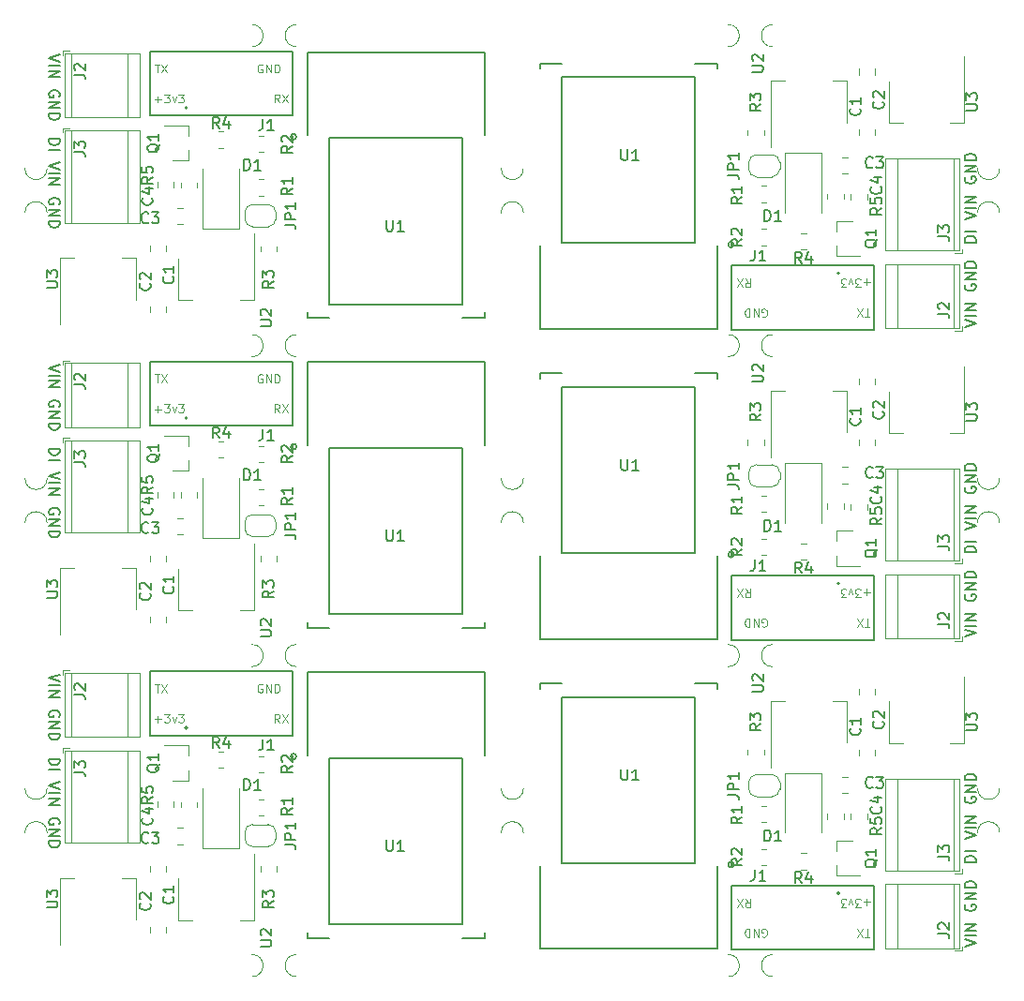
<source format=gbr>
%TF.GenerationSoftware,KiCad,Pcbnew,5.1.5+dfsg1-2build2*%
%TF.CreationDate,2021-11-04T16:55:54+02:00*%
%TF.ProjectId,LED_Wled,4c45445f-576c-4656-942e-6b696361645f,rev?*%
%TF.SameCoordinates,Original*%
%TF.FileFunction,Legend,Top*%
%TF.FilePolarity,Positive*%
%FSLAX46Y46*%
G04 Gerber Fmt 4.6, Leading zero omitted, Abs format (unit mm)*
G04 Created by KiCad (PCBNEW 5.1.5+dfsg1-2build2) date 2021-11-04 16:55:54*
%MOMM*%
%LPD*%
G04 APERTURE LIST*
%ADD10C,0.125000*%
%ADD11C,0.150000*%
%ADD12C,0.100000*%
%ADD13C,0.120000*%
%ADD14C,0.200000*%
%ADD15C,0.127000*%
G04 APERTURE END LIST*
D10*
X132571428Y-145375000D02*
X132642857Y-145410714D01*
X132750000Y-145410714D01*
X132857142Y-145375000D01*
X132928571Y-145303571D01*
X132964285Y-145232142D01*
X133000000Y-145089285D01*
X133000000Y-144982142D01*
X132964285Y-144839285D01*
X132928571Y-144767857D01*
X132857142Y-144696428D01*
X132750000Y-144660714D01*
X132678571Y-144660714D01*
X132571428Y-144696428D01*
X132535714Y-144732142D01*
X132535714Y-144982142D01*
X132678571Y-144982142D01*
X132214285Y-144660714D02*
X132214285Y-145410714D01*
X131785714Y-144660714D01*
X131785714Y-145410714D01*
X131428571Y-144660714D02*
X131428571Y-145410714D01*
X131250000Y-145410714D01*
X131142857Y-145375000D01*
X131071428Y-145303571D01*
X131035714Y-145232142D01*
X131000000Y-145089285D01*
X131000000Y-144982142D01*
X131035714Y-144839285D01*
X131071428Y-144767857D01*
X131142857Y-144696428D01*
X131250000Y-144660714D01*
X131428571Y-144660714D01*
D11*
X150852380Y-146300000D02*
X151852380Y-145966666D01*
X150852380Y-145633333D01*
X151852380Y-145300000D02*
X150852380Y-145300000D01*
X151852380Y-144823809D02*
X150852380Y-144823809D01*
X151852380Y-144252380D01*
X150852380Y-144252380D01*
X150900000Y-142490476D02*
X150852380Y-142585714D01*
X150852380Y-142728571D01*
X150900000Y-142871428D01*
X150995238Y-142966666D01*
X151090476Y-143014285D01*
X151280952Y-143061904D01*
X151423809Y-143061904D01*
X151614285Y-143014285D01*
X151709523Y-142966666D01*
X151804761Y-142871428D01*
X151852380Y-142728571D01*
X151852380Y-142633333D01*
X151804761Y-142490476D01*
X151757142Y-142442857D01*
X151423809Y-142442857D01*
X151423809Y-142633333D01*
X151852380Y-142014285D02*
X150852380Y-142014285D01*
X151852380Y-141442857D01*
X150852380Y-141442857D01*
X151852380Y-140966666D02*
X150852380Y-140966666D01*
X150852380Y-140728571D01*
X150900000Y-140585714D01*
X150995238Y-140490476D01*
X151090476Y-140442857D01*
X151280952Y-140395238D01*
X151423809Y-140395238D01*
X151614285Y-140442857D01*
X151709523Y-140490476D01*
X151804761Y-140585714D01*
X151852380Y-140728571D01*
X151852380Y-140966666D01*
X151852380Y-138676190D02*
X150852380Y-138676190D01*
X150852380Y-138438095D01*
X150900000Y-138295238D01*
X150995238Y-138200000D01*
X151090476Y-138152380D01*
X151280952Y-138104761D01*
X151423809Y-138104761D01*
X151614285Y-138152380D01*
X151709523Y-138200000D01*
X151804761Y-138295238D01*
X151852380Y-138438095D01*
X151852380Y-138676190D01*
X151852380Y-137676190D02*
X150852380Y-137676190D01*
X150852380Y-136580952D02*
X151852380Y-136247619D01*
X150852380Y-135914285D01*
X151852380Y-135580952D02*
X150852380Y-135580952D01*
X151852380Y-135104761D02*
X150852380Y-135104761D01*
X151852380Y-134533333D01*
X150852380Y-134533333D01*
X150900000Y-132771428D02*
X150852380Y-132866666D01*
X150852380Y-133009523D01*
X150900000Y-133152380D01*
X150995238Y-133247619D01*
X151090476Y-133295238D01*
X151280952Y-133342857D01*
X151423809Y-133342857D01*
X151614285Y-133295238D01*
X151709523Y-133247619D01*
X151804761Y-133152380D01*
X151852380Y-133009523D01*
X151852380Y-132914285D01*
X151804761Y-132771428D01*
X151757142Y-132723809D01*
X151423809Y-132723809D01*
X151423809Y-132914285D01*
X151852380Y-132295238D02*
X150852380Y-132295238D01*
X151852380Y-131723809D01*
X150852380Y-131723809D01*
X151852380Y-131247619D02*
X150852380Y-131247619D01*
X150852380Y-131009523D01*
X150900000Y-130866666D01*
X150995238Y-130771428D01*
X151090476Y-130723809D01*
X151280952Y-130676190D01*
X151423809Y-130676190D01*
X151614285Y-130723809D01*
X151709523Y-130771428D01*
X151804761Y-130866666D01*
X151852380Y-131009523D01*
X151852380Y-131247619D01*
D10*
X131025000Y-141960714D02*
X131275000Y-142317857D01*
X131453571Y-141960714D02*
X131453571Y-142710714D01*
X131167857Y-142710714D01*
X131096428Y-142675000D01*
X131060714Y-142639285D01*
X131025000Y-142567857D01*
X131025000Y-142460714D01*
X131060714Y-142389285D01*
X131096428Y-142353571D01*
X131167857Y-142317857D01*
X131453571Y-142317857D01*
X130775000Y-142710714D02*
X130275000Y-141960714D01*
X130275000Y-142710714D02*
X130775000Y-141960714D01*
X142271428Y-145410714D02*
X141842857Y-145410714D01*
X142057142Y-144660714D02*
X142057142Y-145410714D01*
X141664285Y-145410714D02*
X141164285Y-144660714D01*
X141164285Y-145410714D02*
X141664285Y-144660714D01*
X142285714Y-142246428D02*
X141714285Y-142246428D01*
X142000000Y-141960714D02*
X142000000Y-142532142D01*
X141428571Y-142710714D02*
X140964285Y-142710714D01*
X141214285Y-142425000D01*
X141107142Y-142425000D01*
X141035714Y-142389285D01*
X141000000Y-142353571D01*
X140964285Y-142282142D01*
X140964285Y-142103571D01*
X141000000Y-142032142D01*
X141035714Y-141996428D01*
X141107142Y-141960714D01*
X141321428Y-141960714D01*
X141392857Y-141996428D01*
X141428571Y-142032142D01*
X140714285Y-142460714D02*
X140535714Y-141960714D01*
X140357142Y-142460714D01*
X140142857Y-142710714D02*
X139678571Y-142710714D01*
X139928571Y-142425000D01*
X139821428Y-142425000D01*
X139750000Y-142389285D01*
X139714285Y-142353571D01*
X139678571Y-142282142D01*
X139678571Y-142103571D01*
X139714285Y-142032142D01*
X139750000Y-141996428D01*
X139821428Y-141960714D01*
X140035714Y-141960714D01*
X140107142Y-141996428D01*
X140142857Y-142032142D01*
D11*
X69147619Y-121700000D02*
X68147619Y-122033333D01*
X69147619Y-122366666D01*
X68147619Y-122700000D02*
X69147619Y-122700000D01*
X68147619Y-123176190D02*
X69147619Y-123176190D01*
X68147619Y-123747619D01*
X69147619Y-123747619D01*
X69100000Y-125509523D02*
X69147619Y-125414285D01*
X69147619Y-125271428D01*
X69100000Y-125128571D01*
X69004761Y-125033333D01*
X68909523Y-124985714D01*
X68719047Y-124938095D01*
X68576190Y-124938095D01*
X68385714Y-124985714D01*
X68290476Y-125033333D01*
X68195238Y-125128571D01*
X68147619Y-125271428D01*
X68147619Y-125366666D01*
X68195238Y-125509523D01*
X68242857Y-125557142D01*
X68576190Y-125557142D01*
X68576190Y-125366666D01*
X68147619Y-125985714D02*
X69147619Y-125985714D01*
X68147619Y-126557142D01*
X69147619Y-126557142D01*
X68147619Y-127033333D02*
X69147619Y-127033333D01*
X69147619Y-127271428D01*
X69100000Y-127414285D01*
X69004761Y-127509523D01*
X68909523Y-127557142D01*
X68719047Y-127604761D01*
X68576190Y-127604761D01*
X68385714Y-127557142D01*
X68290476Y-127509523D01*
X68195238Y-127414285D01*
X68147619Y-127271428D01*
X68147619Y-127033333D01*
X68147619Y-129323809D02*
X69147619Y-129323809D01*
X69147619Y-129561904D01*
X69100000Y-129704761D01*
X69004761Y-129800000D01*
X68909523Y-129847619D01*
X68719047Y-129895238D01*
X68576190Y-129895238D01*
X68385714Y-129847619D01*
X68290476Y-129800000D01*
X68195238Y-129704761D01*
X68147619Y-129561904D01*
X68147619Y-129323809D01*
X68147619Y-130323809D02*
X69147619Y-130323809D01*
X69147619Y-131419047D02*
X68147619Y-131752380D01*
X69147619Y-132085714D01*
X68147619Y-132419047D02*
X69147619Y-132419047D01*
X68147619Y-132895238D02*
X69147619Y-132895238D01*
X68147619Y-133466666D01*
X69147619Y-133466666D01*
X69100000Y-135228571D02*
X69147619Y-135133333D01*
X69147619Y-134990476D01*
X69100000Y-134847619D01*
X69004761Y-134752380D01*
X68909523Y-134704761D01*
X68719047Y-134657142D01*
X68576190Y-134657142D01*
X68385714Y-134704761D01*
X68290476Y-134752380D01*
X68195238Y-134847619D01*
X68147619Y-134990476D01*
X68147619Y-135085714D01*
X68195238Y-135228571D01*
X68242857Y-135276190D01*
X68576190Y-135276190D01*
X68576190Y-135085714D01*
X68147619Y-135704761D02*
X69147619Y-135704761D01*
X68147619Y-136276190D01*
X69147619Y-136276190D01*
X68147619Y-136752380D02*
X69147619Y-136752380D01*
X69147619Y-136990476D01*
X69100000Y-137133333D01*
X69004761Y-137228571D01*
X68909523Y-137276190D01*
X68719047Y-137323809D01*
X68576190Y-137323809D01*
X68385714Y-137276190D01*
X68290476Y-137228571D01*
X68195238Y-137133333D01*
X68147619Y-136990476D01*
X68147619Y-136752380D01*
D10*
X88975000Y-126039285D02*
X88725000Y-125682142D01*
X88546428Y-126039285D02*
X88546428Y-125289285D01*
X88832142Y-125289285D01*
X88903571Y-125325000D01*
X88939285Y-125360714D01*
X88975000Y-125432142D01*
X88975000Y-125539285D01*
X88939285Y-125610714D01*
X88903571Y-125646428D01*
X88832142Y-125682142D01*
X88546428Y-125682142D01*
X89225000Y-125289285D02*
X89725000Y-126039285D01*
X89725000Y-125289285D02*
X89225000Y-126039285D01*
X77728571Y-122589285D02*
X78157142Y-122589285D01*
X77942857Y-123339285D02*
X77942857Y-122589285D01*
X78335714Y-122589285D02*
X78835714Y-123339285D01*
X78835714Y-122589285D02*
X78335714Y-123339285D01*
X87428571Y-122625000D02*
X87357142Y-122589285D01*
X87250000Y-122589285D01*
X87142857Y-122625000D01*
X87071428Y-122696428D01*
X87035714Y-122767857D01*
X87000000Y-122910714D01*
X87000000Y-123017857D01*
X87035714Y-123160714D01*
X87071428Y-123232142D01*
X87142857Y-123303571D01*
X87250000Y-123339285D01*
X87321428Y-123339285D01*
X87428571Y-123303571D01*
X87464285Y-123267857D01*
X87464285Y-123017857D01*
X87321428Y-123017857D01*
X87785714Y-123339285D02*
X87785714Y-122589285D01*
X88214285Y-123339285D01*
X88214285Y-122589285D01*
X88571428Y-123339285D02*
X88571428Y-122589285D01*
X88750000Y-122589285D01*
X88857142Y-122625000D01*
X88928571Y-122696428D01*
X88964285Y-122767857D01*
X89000000Y-122910714D01*
X89000000Y-123017857D01*
X88964285Y-123160714D01*
X88928571Y-123232142D01*
X88857142Y-123303571D01*
X88750000Y-123339285D01*
X88571428Y-123339285D01*
X77714285Y-125753571D02*
X78285714Y-125753571D01*
X78000000Y-126039285D02*
X78000000Y-125467857D01*
X78571428Y-125289285D02*
X79035714Y-125289285D01*
X78785714Y-125575000D01*
X78892857Y-125575000D01*
X78964285Y-125610714D01*
X79000000Y-125646428D01*
X79035714Y-125717857D01*
X79035714Y-125896428D01*
X79000000Y-125967857D01*
X78964285Y-126003571D01*
X78892857Y-126039285D01*
X78678571Y-126039285D01*
X78607142Y-126003571D01*
X78571428Y-125967857D01*
X79285714Y-125539285D02*
X79464285Y-126039285D01*
X79642857Y-125539285D01*
X79857142Y-125289285D02*
X80321428Y-125289285D01*
X80071428Y-125575000D01*
X80178571Y-125575000D01*
X80250000Y-125610714D01*
X80285714Y-125646428D01*
X80321428Y-125717857D01*
X80321428Y-125896428D01*
X80285714Y-125967857D01*
X80250000Y-126003571D01*
X80178571Y-126039285D01*
X79964285Y-126039285D01*
X79892857Y-126003571D01*
X79857142Y-125967857D01*
X132571428Y-117375000D02*
X132642857Y-117410714D01*
X132750000Y-117410714D01*
X132857142Y-117375000D01*
X132928571Y-117303571D01*
X132964285Y-117232142D01*
X133000000Y-117089285D01*
X133000000Y-116982142D01*
X132964285Y-116839285D01*
X132928571Y-116767857D01*
X132857142Y-116696428D01*
X132750000Y-116660714D01*
X132678571Y-116660714D01*
X132571428Y-116696428D01*
X132535714Y-116732142D01*
X132535714Y-116982142D01*
X132678571Y-116982142D01*
X132214285Y-116660714D02*
X132214285Y-117410714D01*
X131785714Y-116660714D01*
X131785714Y-117410714D01*
X131428571Y-116660714D02*
X131428571Y-117410714D01*
X131250000Y-117410714D01*
X131142857Y-117375000D01*
X131071428Y-117303571D01*
X131035714Y-117232142D01*
X131000000Y-117089285D01*
X131000000Y-116982142D01*
X131035714Y-116839285D01*
X131071428Y-116767857D01*
X131142857Y-116696428D01*
X131250000Y-116660714D01*
X131428571Y-116660714D01*
D11*
X150852380Y-118300000D02*
X151852380Y-117966666D01*
X150852380Y-117633333D01*
X151852380Y-117300000D02*
X150852380Y-117300000D01*
X151852380Y-116823809D02*
X150852380Y-116823809D01*
X151852380Y-116252380D01*
X150852380Y-116252380D01*
X150900000Y-114490476D02*
X150852380Y-114585714D01*
X150852380Y-114728571D01*
X150900000Y-114871428D01*
X150995238Y-114966666D01*
X151090476Y-115014285D01*
X151280952Y-115061904D01*
X151423809Y-115061904D01*
X151614285Y-115014285D01*
X151709523Y-114966666D01*
X151804761Y-114871428D01*
X151852380Y-114728571D01*
X151852380Y-114633333D01*
X151804761Y-114490476D01*
X151757142Y-114442857D01*
X151423809Y-114442857D01*
X151423809Y-114633333D01*
X151852380Y-114014285D02*
X150852380Y-114014285D01*
X151852380Y-113442857D01*
X150852380Y-113442857D01*
X151852380Y-112966666D02*
X150852380Y-112966666D01*
X150852380Y-112728571D01*
X150900000Y-112585714D01*
X150995238Y-112490476D01*
X151090476Y-112442857D01*
X151280952Y-112395238D01*
X151423809Y-112395238D01*
X151614285Y-112442857D01*
X151709523Y-112490476D01*
X151804761Y-112585714D01*
X151852380Y-112728571D01*
X151852380Y-112966666D01*
X151852380Y-110676190D02*
X150852380Y-110676190D01*
X150852380Y-110438095D01*
X150900000Y-110295238D01*
X150995238Y-110200000D01*
X151090476Y-110152380D01*
X151280952Y-110104761D01*
X151423809Y-110104761D01*
X151614285Y-110152380D01*
X151709523Y-110200000D01*
X151804761Y-110295238D01*
X151852380Y-110438095D01*
X151852380Y-110676190D01*
X151852380Y-109676190D02*
X150852380Y-109676190D01*
X150852380Y-108580952D02*
X151852380Y-108247619D01*
X150852380Y-107914285D01*
X151852380Y-107580952D02*
X150852380Y-107580952D01*
X151852380Y-107104761D02*
X150852380Y-107104761D01*
X151852380Y-106533333D01*
X150852380Y-106533333D01*
X150900000Y-104771428D02*
X150852380Y-104866666D01*
X150852380Y-105009523D01*
X150900000Y-105152380D01*
X150995238Y-105247619D01*
X151090476Y-105295238D01*
X151280952Y-105342857D01*
X151423809Y-105342857D01*
X151614285Y-105295238D01*
X151709523Y-105247619D01*
X151804761Y-105152380D01*
X151852380Y-105009523D01*
X151852380Y-104914285D01*
X151804761Y-104771428D01*
X151757142Y-104723809D01*
X151423809Y-104723809D01*
X151423809Y-104914285D01*
X151852380Y-104295238D02*
X150852380Y-104295238D01*
X151852380Y-103723809D01*
X150852380Y-103723809D01*
X151852380Y-103247619D02*
X150852380Y-103247619D01*
X150852380Y-103009523D01*
X150900000Y-102866666D01*
X150995238Y-102771428D01*
X151090476Y-102723809D01*
X151280952Y-102676190D01*
X151423809Y-102676190D01*
X151614285Y-102723809D01*
X151709523Y-102771428D01*
X151804761Y-102866666D01*
X151852380Y-103009523D01*
X151852380Y-103247619D01*
D10*
X131025000Y-113960714D02*
X131275000Y-114317857D01*
X131453571Y-113960714D02*
X131453571Y-114710714D01*
X131167857Y-114710714D01*
X131096428Y-114675000D01*
X131060714Y-114639285D01*
X131025000Y-114567857D01*
X131025000Y-114460714D01*
X131060714Y-114389285D01*
X131096428Y-114353571D01*
X131167857Y-114317857D01*
X131453571Y-114317857D01*
X130775000Y-114710714D02*
X130275000Y-113960714D01*
X130275000Y-114710714D02*
X130775000Y-113960714D01*
X142271428Y-117410714D02*
X141842857Y-117410714D01*
X142057142Y-116660714D02*
X142057142Y-117410714D01*
X141664285Y-117410714D02*
X141164285Y-116660714D01*
X141164285Y-117410714D02*
X141664285Y-116660714D01*
X142285714Y-114246428D02*
X141714285Y-114246428D01*
X142000000Y-113960714D02*
X142000000Y-114532142D01*
X141428571Y-114710714D02*
X140964285Y-114710714D01*
X141214285Y-114425000D01*
X141107142Y-114425000D01*
X141035714Y-114389285D01*
X141000000Y-114353571D01*
X140964285Y-114282142D01*
X140964285Y-114103571D01*
X141000000Y-114032142D01*
X141035714Y-113996428D01*
X141107142Y-113960714D01*
X141321428Y-113960714D01*
X141392857Y-113996428D01*
X141428571Y-114032142D01*
X140714285Y-114460714D02*
X140535714Y-113960714D01*
X140357142Y-114460714D01*
X140142857Y-114710714D02*
X139678571Y-114710714D01*
X139928571Y-114425000D01*
X139821428Y-114425000D01*
X139750000Y-114389285D01*
X139714285Y-114353571D01*
X139678571Y-114282142D01*
X139678571Y-114103571D01*
X139714285Y-114032142D01*
X139750000Y-113996428D01*
X139821428Y-113960714D01*
X140035714Y-113960714D01*
X140107142Y-113996428D01*
X140142857Y-114032142D01*
D11*
X69147619Y-93700000D02*
X68147619Y-94033333D01*
X69147619Y-94366666D01*
X68147619Y-94700000D02*
X69147619Y-94700000D01*
X68147619Y-95176190D02*
X69147619Y-95176190D01*
X68147619Y-95747619D01*
X69147619Y-95747619D01*
X69100000Y-97509523D02*
X69147619Y-97414285D01*
X69147619Y-97271428D01*
X69100000Y-97128571D01*
X69004761Y-97033333D01*
X68909523Y-96985714D01*
X68719047Y-96938095D01*
X68576190Y-96938095D01*
X68385714Y-96985714D01*
X68290476Y-97033333D01*
X68195238Y-97128571D01*
X68147619Y-97271428D01*
X68147619Y-97366666D01*
X68195238Y-97509523D01*
X68242857Y-97557142D01*
X68576190Y-97557142D01*
X68576190Y-97366666D01*
X68147619Y-97985714D02*
X69147619Y-97985714D01*
X68147619Y-98557142D01*
X69147619Y-98557142D01*
X68147619Y-99033333D02*
X69147619Y-99033333D01*
X69147619Y-99271428D01*
X69100000Y-99414285D01*
X69004761Y-99509523D01*
X68909523Y-99557142D01*
X68719047Y-99604761D01*
X68576190Y-99604761D01*
X68385714Y-99557142D01*
X68290476Y-99509523D01*
X68195238Y-99414285D01*
X68147619Y-99271428D01*
X68147619Y-99033333D01*
X68147619Y-101323809D02*
X69147619Y-101323809D01*
X69147619Y-101561904D01*
X69100000Y-101704761D01*
X69004761Y-101800000D01*
X68909523Y-101847619D01*
X68719047Y-101895238D01*
X68576190Y-101895238D01*
X68385714Y-101847619D01*
X68290476Y-101800000D01*
X68195238Y-101704761D01*
X68147619Y-101561904D01*
X68147619Y-101323809D01*
X68147619Y-102323809D02*
X69147619Y-102323809D01*
X69147619Y-103419047D02*
X68147619Y-103752380D01*
X69147619Y-104085714D01*
X68147619Y-104419047D02*
X69147619Y-104419047D01*
X68147619Y-104895238D02*
X69147619Y-104895238D01*
X68147619Y-105466666D01*
X69147619Y-105466666D01*
X69100000Y-107228571D02*
X69147619Y-107133333D01*
X69147619Y-106990476D01*
X69100000Y-106847619D01*
X69004761Y-106752380D01*
X68909523Y-106704761D01*
X68719047Y-106657142D01*
X68576190Y-106657142D01*
X68385714Y-106704761D01*
X68290476Y-106752380D01*
X68195238Y-106847619D01*
X68147619Y-106990476D01*
X68147619Y-107085714D01*
X68195238Y-107228571D01*
X68242857Y-107276190D01*
X68576190Y-107276190D01*
X68576190Y-107085714D01*
X68147619Y-107704761D02*
X69147619Y-107704761D01*
X68147619Y-108276190D01*
X69147619Y-108276190D01*
X68147619Y-108752380D02*
X69147619Y-108752380D01*
X69147619Y-108990476D01*
X69100000Y-109133333D01*
X69004761Y-109228571D01*
X68909523Y-109276190D01*
X68719047Y-109323809D01*
X68576190Y-109323809D01*
X68385714Y-109276190D01*
X68290476Y-109228571D01*
X68195238Y-109133333D01*
X68147619Y-108990476D01*
X68147619Y-108752380D01*
D10*
X88975000Y-98039285D02*
X88725000Y-97682142D01*
X88546428Y-98039285D02*
X88546428Y-97289285D01*
X88832142Y-97289285D01*
X88903571Y-97325000D01*
X88939285Y-97360714D01*
X88975000Y-97432142D01*
X88975000Y-97539285D01*
X88939285Y-97610714D01*
X88903571Y-97646428D01*
X88832142Y-97682142D01*
X88546428Y-97682142D01*
X89225000Y-97289285D02*
X89725000Y-98039285D01*
X89725000Y-97289285D02*
X89225000Y-98039285D01*
X77728571Y-94589285D02*
X78157142Y-94589285D01*
X77942857Y-95339285D02*
X77942857Y-94589285D01*
X78335714Y-94589285D02*
X78835714Y-95339285D01*
X78835714Y-94589285D02*
X78335714Y-95339285D01*
X87428571Y-94625000D02*
X87357142Y-94589285D01*
X87250000Y-94589285D01*
X87142857Y-94625000D01*
X87071428Y-94696428D01*
X87035714Y-94767857D01*
X87000000Y-94910714D01*
X87000000Y-95017857D01*
X87035714Y-95160714D01*
X87071428Y-95232142D01*
X87142857Y-95303571D01*
X87250000Y-95339285D01*
X87321428Y-95339285D01*
X87428571Y-95303571D01*
X87464285Y-95267857D01*
X87464285Y-95017857D01*
X87321428Y-95017857D01*
X87785714Y-95339285D02*
X87785714Y-94589285D01*
X88214285Y-95339285D01*
X88214285Y-94589285D01*
X88571428Y-95339285D02*
X88571428Y-94589285D01*
X88750000Y-94589285D01*
X88857142Y-94625000D01*
X88928571Y-94696428D01*
X88964285Y-94767857D01*
X89000000Y-94910714D01*
X89000000Y-95017857D01*
X88964285Y-95160714D01*
X88928571Y-95232142D01*
X88857142Y-95303571D01*
X88750000Y-95339285D01*
X88571428Y-95339285D01*
X77714285Y-97753571D02*
X78285714Y-97753571D01*
X78000000Y-98039285D02*
X78000000Y-97467857D01*
X78571428Y-97289285D02*
X79035714Y-97289285D01*
X78785714Y-97575000D01*
X78892857Y-97575000D01*
X78964285Y-97610714D01*
X79000000Y-97646428D01*
X79035714Y-97717857D01*
X79035714Y-97896428D01*
X79000000Y-97967857D01*
X78964285Y-98003571D01*
X78892857Y-98039285D01*
X78678571Y-98039285D01*
X78607142Y-98003571D01*
X78571428Y-97967857D01*
X79285714Y-97539285D02*
X79464285Y-98039285D01*
X79642857Y-97539285D01*
X79857142Y-97289285D02*
X80321428Y-97289285D01*
X80071428Y-97575000D01*
X80178571Y-97575000D01*
X80250000Y-97610714D01*
X80285714Y-97646428D01*
X80321428Y-97717857D01*
X80321428Y-97896428D01*
X80285714Y-97967857D01*
X80250000Y-98003571D01*
X80178571Y-98039285D01*
X79964285Y-98039285D01*
X79892857Y-98003571D01*
X79857142Y-97967857D01*
D11*
X150852380Y-90300000D02*
X151852380Y-89966666D01*
X150852380Y-89633333D01*
X151852380Y-89300000D02*
X150852380Y-89300000D01*
X151852380Y-88823809D02*
X150852380Y-88823809D01*
X151852380Y-88252380D01*
X150852380Y-88252380D01*
X150900000Y-86490476D02*
X150852380Y-86585714D01*
X150852380Y-86728571D01*
X150900000Y-86871428D01*
X150995238Y-86966666D01*
X151090476Y-87014285D01*
X151280952Y-87061904D01*
X151423809Y-87061904D01*
X151614285Y-87014285D01*
X151709523Y-86966666D01*
X151804761Y-86871428D01*
X151852380Y-86728571D01*
X151852380Y-86633333D01*
X151804761Y-86490476D01*
X151757142Y-86442857D01*
X151423809Y-86442857D01*
X151423809Y-86633333D01*
X151852380Y-86014285D02*
X150852380Y-86014285D01*
X151852380Y-85442857D01*
X150852380Y-85442857D01*
X151852380Y-84966666D02*
X150852380Y-84966666D01*
X150852380Y-84728571D01*
X150900000Y-84585714D01*
X150995238Y-84490476D01*
X151090476Y-84442857D01*
X151280952Y-84395238D01*
X151423809Y-84395238D01*
X151614285Y-84442857D01*
X151709523Y-84490476D01*
X151804761Y-84585714D01*
X151852380Y-84728571D01*
X151852380Y-84966666D01*
X151852380Y-82676190D02*
X150852380Y-82676190D01*
X150852380Y-82438095D01*
X150900000Y-82295238D01*
X150995238Y-82200000D01*
X151090476Y-82152380D01*
X151280952Y-82104761D01*
X151423809Y-82104761D01*
X151614285Y-82152380D01*
X151709523Y-82200000D01*
X151804761Y-82295238D01*
X151852380Y-82438095D01*
X151852380Y-82676190D01*
X151852380Y-81676190D02*
X150852380Y-81676190D01*
X150852380Y-80580952D02*
X151852380Y-80247619D01*
X150852380Y-79914285D01*
X151852380Y-79580952D02*
X150852380Y-79580952D01*
X151852380Y-79104761D02*
X150852380Y-79104761D01*
X151852380Y-78533333D01*
X150852380Y-78533333D01*
X150900000Y-76771428D02*
X150852380Y-76866666D01*
X150852380Y-77009523D01*
X150900000Y-77152380D01*
X150995238Y-77247619D01*
X151090476Y-77295238D01*
X151280952Y-77342857D01*
X151423809Y-77342857D01*
X151614285Y-77295238D01*
X151709523Y-77247619D01*
X151804761Y-77152380D01*
X151852380Y-77009523D01*
X151852380Y-76914285D01*
X151804761Y-76771428D01*
X151757142Y-76723809D01*
X151423809Y-76723809D01*
X151423809Y-76914285D01*
X151852380Y-76295238D02*
X150852380Y-76295238D01*
X151852380Y-75723809D01*
X150852380Y-75723809D01*
X151852380Y-75247619D02*
X150852380Y-75247619D01*
X150852380Y-75009523D01*
X150900000Y-74866666D01*
X150995238Y-74771428D01*
X151090476Y-74723809D01*
X151280952Y-74676190D01*
X151423809Y-74676190D01*
X151614285Y-74723809D01*
X151709523Y-74771428D01*
X151804761Y-74866666D01*
X151852380Y-75009523D01*
X151852380Y-75247619D01*
D10*
X131025000Y-85960714D02*
X131275000Y-86317857D01*
X131453571Y-85960714D02*
X131453571Y-86710714D01*
X131167857Y-86710714D01*
X131096428Y-86675000D01*
X131060714Y-86639285D01*
X131025000Y-86567857D01*
X131025000Y-86460714D01*
X131060714Y-86389285D01*
X131096428Y-86353571D01*
X131167857Y-86317857D01*
X131453571Y-86317857D01*
X130775000Y-86710714D02*
X130275000Y-85960714D01*
X130275000Y-86710714D02*
X130775000Y-85960714D01*
X142271428Y-89410714D02*
X141842857Y-89410714D01*
X142057142Y-88660714D02*
X142057142Y-89410714D01*
X141664285Y-89410714D02*
X141164285Y-88660714D01*
X141164285Y-89410714D02*
X141664285Y-88660714D01*
X132571428Y-89375000D02*
X132642857Y-89410714D01*
X132750000Y-89410714D01*
X132857142Y-89375000D01*
X132928571Y-89303571D01*
X132964285Y-89232142D01*
X133000000Y-89089285D01*
X133000000Y-88982142D01*
X132964285Y-88839285D01*
X132928571Y-88767857D01*
X132857142Y-88696428D01*
X132750000Y-88660714D01*
X132678571Y-88660714D01*
X132571428Y-88696428D01*
X132535714Y-88732142D01*
X132535714Y-88982142D01*
X132678571Y-88982142D01*
X132214285Y-88660714D02*
X132214285Y-89410714D01*
X131785714Y-88660714D01*
X131785714Y-89410714D01*
X131428571Y-88660714D02*
X131428571Y-89410714D01*
X131250000Y-89410714D01*
X131142857Y-89375000D01*
X131071428Y-89303571D01*
X131035714Y-89232142D01*
X131000000Y-89089285D01*
X131000000Y-88982142D01*
X131035714Y-88839285D01*
X131071428Y-88767857D01*
X131142857Y-88696428D01*
X131250000Y-88660714D01*
X131428571Y-88660714D01*
X142285714Y-86246428D02*
X141714285Y-86246428D01*
X142000000Y-85960714D02*
X142000000Y-86532142D01*
X141428571Y-86710714D02*
X140964285Y-86710714D01*
X141214285Y-86425000D01*
X141107142Y-86425000D01*
X141035714Y-86389285D01*
X141000000Y-86353571D01*
X140964285Y-86282142D01*
X140964285Y-86103571D01*
X141000000Y-86032142D01*
X141035714Y-85996428D01*
X141107142Y-85960714D01*
X141321428Y-85960714D01*
X141392857Y-85996428D01*
X141428571Y-86032142D01*
X140714285Y-86460714D02*
X140535714Y-85960714D01*
X140357142Y-86460714D01*
X140142857Y-86710714D02*
X139678571Y-86710714D01*
X139928571Y-86425000D01*
X139821428Y-86425000D01*
X139750000Y-86389285D01*
X139714285Y-86353571D01*
X139678571Y-86282142D01*
X139678571Y-86103571D01*
X139714285Y-86032142D01*
X139750000Y-85996428D01*
X139821428Y-85960714D01*
X140035714Y-85960714D01*
X140107142Y-85996428D01*
X140142857Y-86032142D01*
X88975000Y-70039285D02*
X88725000Y-69682142D01*
X88546428Y-70039285D02*
X88546428Y-69289285D01*
X88832142Y-69289285D01*
X88903571Y-69325000D01*
X88939285Y-69360714D01*
X88975000Y-69432142D01*
X88975000Y-69539285D01*
X88939285Y-69610714D01*
X88903571Y-69646428D01*
X88832142Y-69682142D01*
X88546428Y-69682142D01*
X89225000Y-69289285D02*
X89725000Y-70039285D01*
X89725000Y-69289285D02*
X89225000Y-70039285D01*
X87428571Y-66625000D02*
X87357142Y-66589285D01*
X87250000Y-66589285D01*
X87142857Y-66625000D01*
X87071428Y-66696428D01*
X87035714Y-66767857D01*
X87000000Y-66910714D01*
X87000000Y-67017857D01*
X87035714Y-67160714D01*
X87071428Y-67232142D01*
X87142857Y-67303571D01*
X87250000Y-67339285D01*
X87321428Y-67339285D01*
X87428571Y-67303571D01*
X87464285Y-67267857D01*
X87464285Y-67017857D01*
X87321428Y-67017857D01*
X87785714Y-67339285D02*
X87785714Y-66589285D01*
X88214285Y-67339285D01*
X88214285Y-66589285D01*
X88571428Y-67339285D02*
X88571428Y-66589285D01*
X88750000Y-66589285D01*
X88857142Y-66625000D01*
X88928571Y-66696428D01*
X88964285Y-66767857D01*
X89000000Y-66910714D01*
X89000000Y-67017857D01*
X88964285Y-67160714D01*
X88928571Y-67232142D01*
X88857142Y-67303571D01*
X88750000Y-67339285D01*
X88571428Y-67339285D01*
X77728571Y-66589285D02*
X78157142Y-66589285D01*
X77942857Y-67339285D02*
X77942857Y-66589285D01*
X78335714Y-66589285D02*
X78835714Y-67339285D01*
X78835714Y-66589285D02*
X78335714Y-67339285D01*
X77714285Y-69753571D02*
X78285714Y-69753571D01*
X78000000Y-70039285D02*
X78000000Y-69467857D01*
X78571428Y-69289285D02*
X79035714Y-69289285D01*
X78785714Y-69575000D01*
X78892857Y-69575000D01*
X78964285Y-69610714D01*
X79000000Y-69646428D01*
X79035714Y-69717857D01*
X79035714Y-69896428D01*
X79000000Y-69967857D01*
X78964285Y-70003571D01*
X78892857Y-70039285D01*
X78678571Y-70039285D01*
X78607142Y-70003571D01*
X78571428Y-69967857D01*
X79285714Y-69539285D02*
X79464285Y-70039285D01*
X79642857Y-69539285D01*
X79857142Y-69289285D02*
X80321428Y-69289285D01*
X80071428Y-69575000D01*
X80178571Y-69575000D01*
X80250000Y-69610714D01*
X80285714Y-69646428D01*
X80321428Y-69717857D01*
X80321428Y-69896428D01*
X80285714Y-69967857D01*
X80250000Y-70003571D01*
X80178571Y-70039285D01*
X79964285Y-70039285D01*
X79892857Y-70003571D01*
X79857142Y-69967857D01*
D11*
X68147619Y-73323809D02*
X69147619Y-73323809D01*
X69147619Y-73561904D01*
X69100000Y-73704761D01*
X69004761Y-73800000D01*
X68909523Y-73847619D01*
X68719047Y-73895238D01*
X68576190Y-73895238D01*
X68385714Y-73847619D01*
X68290476Y-73800000D01*
X68195238Y-73704761D01*
X68147619Y-73561904D01*
X68147619Y-73323809D01*
X68147619Y-74323809D02*
X69147619Y-74323809D01*
X69147619Y-75419047D02*
X68147619Y-75752380D01*
X69147619Y-76085714D01*
X68147619Y-76419047D02*
X69147619Y-76419047D01*
X68147619Y-76895238D02*
X69147619Y-76895238D01*
X68147619Y-77466666D01*
X69147619Y-77466666D01*
X69100000Y-79228571D02*
X69147619Y-79133333D01*
X69147619Y-78990476D01*
X69100000Y-78847619D01*
X69004761Y-78752380D01*
X68909523Y-78704761D01*
X68719047Y-78657142D01*
X68576190Y-78657142D01*
X68385714Y-78704761D01*
X68290476Y-78752380D01*
X68195238Y-78847619D01*
X68147619Y-78990476D01*
X68147619Y-79085714D01*
X68195238Y-79228571D01*
X68242857Y-79276190D01*
X68576190Y-79276190D01*
X68576190Y-79085714D01*
X68147619Y-79704761D02*
X69147619Y-79704761D01*
X68147619Y-80276190D01*
X69147619Y-80276190D01*
X68147619Y-80752380D02*
X69147619Y-80752380D01*
X69147619Y-80990476D01*
X69100000Y-81133333D01*
X69004761Y-81228571D01*
X68909523Y-81276190D01*
X68719047Y-81323809D01*
X68576190Y-81323809D01*
X68385714Y-81276190D01*
X68290476Y-81228571D01*
X68195238Y-81133333D01*
X68147619Y-80990476D01*
X68147619Y-80752380D01*
X69147619Y-65700000D02*
X68147619Y-66033333D01*
X69147619Y-66366666D01*
X68147619Y-66700000D02*
X69147619Y-66700000D01*
X68147619Y-67176190D02*
X69147619Y-67176190D01*
X68147619Y-67747619D01*
X69147619Y-67747619D01*
X69100000Y-69509523D02*
X69147619Y-69414285D01*
X69147619Y-69271428D01*
X69100000Y-69128571D01*
X69004761Y-69033333D01*
X68909523Y-68985714D01*
X68719047Y-68938095D01*
X68576190Y-68938095D01*
X68385714Y-68985714D01*
X68290476Y-69033333D01*
X68195238Y-69128571D01*
X68147619Y-69271428D01*
X68147619Y-69366666D01*
X68195238Y-69509523D01*
X68242857Y-69557142D01*
X68576190Y-69557142D01*
X68576190Y-69366666D01*
X68147619Y-69985714D02*
X69147619Y-69985714D01*
X68147619Y-70557142D01*
X69147619Y-70557142D01*
X68147619Y-71033333D02*
X69147619Y-71033333D01*
X69147619Y-71271428D01*
X69100000Y-71414285D01*
X69004761Y-71509523D01*
X68909523Y-71557142D01*
X68719047Y-71604761D01*
X68576190Y-71604761D01*
X68385714Y-71557142D01*
X68290476Y-71509523D01*
X68195238Y-71414285D01*
X68147619Y-71271428D01*
X68147619Y-71033333D01*
D12*
%TO.C,mouse-bite-2mm-slot*%
X90500000Y-147000000D02*
G75*
G03X90500000Y-149000000I0J-1000000D01*
G01*
X86500000Y-149000000D02*
G75*
G03X86500000Y-147000000I0J1000000D01*
G01*
X133500000Y-147000000D02*
G75*
G03X133500000Y-149000000I0J-1000000D01*
G01*
X129500000Y-149000000D02*
G75*
G03X129500000Y-147000000I0J1000000D01*
G01*
X133500000Y-63000000D02*
G75*
G03X133500000Y-65000000I0J-1000000D01*
G01*
X129500000Y-65000000D02*
G75*
G03X129500000Y-63000000I0J1000000D01*
G01*
X86500000Y-65000000D02*
G75*
G03X86500000Y-63000000I0J1000000D01*
G01*
X90500000Y-63000000D02*
G75*
G03X90500000Y-65000000I0J-1000000D01*
G01*
X66000000Y-76000000D02*
G75*
G03X68000000Y-76000000I1000000J0D01*
G01*
X68000000Y-80000000D02*
G75*
G03X66000000Y-80000000I-1000000J0D01*
G01*
X66000000Y-104000000D02*
G75*
G03X68000000Y-104000000I1000000J0D01*
G01*
X68000000Y-108000000D02*
G75*
G03X66000000Y-108000000I-1000000J0D01*
G01*
X66000000Y-132000000D02*
G75*
G03X68000000Y-132000000I1000000J0D01*
G01*
X68000000Y-136000000D02*
G75*
G03X66000000Y-136000000I-1000000J0D01*
G01*
X152000000Y-132000000D02*
G75*
G03X154000000Y-132000000I1000000J0D01*
G01*
X154000000Y-136000000D02*
G75*
G03X152000000Y-136000000I-1000000J0D01*
G01*
X152000000Y-104000000D02*
G75*
G03X154000000Y-104000000I1000000J0D01*
G01*
X154000000Y-108000000D02*
G75*
G03X152000000Y-108000000I-1000000J0D01*
G01*
X152000000Y-76000000D02*
G75*
G03X154000000Y-76000000I1000000J0D01*
G01*
X154000000Y-80000000D02*
G75*
G03X152000000Y-80000000I-1000000J0D01*
G01*
X111000000Y-136000000D02*
G75*
G03X109000000Y-136000000I-1000000J0D01*
G01*
X109000000Y-132000000D02*
G75*
G03X111000000Y-132000000I1000000J0D01*
G01*
D13*
%TO.C,Q1*%
X139240000Y-136720000D02*
X140700000Y-136720000D01*
X139240000Y-139880000D02*
X141400000Y-139880000D01*
X139240000Y-139880000D02*
X139240000Y-138950000D01*
X139240000Y-136720000D02*
X139240000Y-137650000D01*
D14*
%TO.C,J1*%
X139550000Y-141470000D02*
G75*
G03X139550000Y-141470000I-100000J0D01*
G01*
X129815000Y-146570000D02*
X129815000Y-140770000D01*
X142685000Y-146570000D02*
X129815000Y-146570000D01*
X142685000Y-140770000D02*
X142685000Y-146570000D01*
X129815000Y-140770000D02*
X142685000Y-140770000D01*
D13*
%TO.C,R4*%
X136072936Y-139335000D02*
X136527064Y-139335000D01*
X136072936Y-137865000D02*
X136527064Y-137865000D01*
%TO.C,C3*%
X140261252Y-130965000D02*
X139738748Y-130965000D01*
X140261252Y-132435000D02*
X139738748Y-132435000D01*
%TO.C,JP1*%
X132050000Y-130750000D02*
X133450000Y-130750000D01*
X134150000Y-131450000D02*
X134150000Y-132050000D01*
X133450000Y-132750000D02*
X132050000Y-132750000D01*
X131350000Y-132050000D02*
X131350000Y-131450000D01*
X131350000Y-131450000D02*
G75*
G02X132050000Y-130750000I700000J0D01*
G01*
X132050000Y-132750000D02*
G75*
G02X131350000Y-132050000I0J700000D01*
G01*
X134150000Y-132050000D02*
G75*
G02X133450000Y-132750000I-700000J0D01*
G01*
X133450000Y-130750000D02*
G75*
G02X134150000Y-131450000I0J-700000D01*
G01*
%TO.C,U3*%
X150810000Y-121900000D02*
X150810000Y-127910000D01*
X143990000Y-124150000D02*
X143990000Y-127910000D01*
X150810000Y-127910000D02*
X149550000Y-127910000D01*
X143990000Y-127910000D02*
X145250000Y-127910000D01*
%TO.C,R1*%
X132927064Y-133565000D02*
X132472936Y-133565000D01*
X132927064Y-135035000D02*
X132472936Y-135035000D01*
%TO.C,U2*%
X133340000Y-130100000D02*
X133340000Y-124090000D01*
X140160000Y-127850000D02*
X140160000Y-124090000D01*
X133340000Y-124090000D02*
X134600000Y-124090000D01*
X140160000Y-124090000D02*
X138900000Y-124090000D01*
%TO.C,R2*%
X132472936Y-138935000D02*
X132927064Y-138935000D01*
X132472936Y-137465000D02*
X132927064Y-137465000D01*
%TO.C,R3*%
X131265000Y-128522936D02*
X131265000Y-128977064D01*
X132735000Y-128522936D02*
X132735000Y-128977064D01*
D15*
%TO.C,U1*%
X130000000Y-138875000D02*
G75*
G03X130000000Y-138875000I-250000J0D01*
G01*
X112500000Y-122500000D02*
X114500000Y-122500000D01*
X112500000Y-123000000D02*
X112500000Y-122500000D01*
X128500000Y-122500000D02*
X126500000Y-122500000D01*
X128500000Y-123000000D02*
X128500000Y-122500000D01*
X112500000Y-146500000D02*
X112500000Y-139000000D01*
X128500000Y-146500000D02*
X112500000Y-146500000D01*
X128500000Y-139000000D02*
X128500000Y-146500000D01*
X126500000Y-123740000D02*
X126500000Y-138740000D01*
X114500000Y-123740000D02*
X126500000Y-123740000D01*
X114500000Y-138740000D02*
X114500000Y-123740000D01*
X126500000Y-138740000D02*
X114500000Y-138740000D01*
D13*
%TO.C,R5*%
X138465000Y-134285436D02*
X138465000Y-134739564D01*
X139935000Y-134285436D02*
X139935000Y-134739564D01*
%TO.C,D1*%
X137950000Y-130600000D02*
X137950000Y-136000000D01*
X134650000Y-130600000D02*
X134650000Y-136000000D01*
X137950000Y-130600000D02*
X134650000Y-130600000D01*
%TO.C,C1*%
X142735000Y-129011252D02*
X142735000Y-128488748D01*
X141265000Y-129011252D02*
X141265000Y-128488748D01*
%TO.C,C2*%
X141265000Y-122988748D02*
X141265000Y-123511252D01*
X142735000Y-122988748D02*
X142735000Y-123511252D01*
%TO.C,J2*%
X150610000Y-146660000D02*
X150610000Y-146260000D01*
X149970000Y-146660000D02*
X150610000Y-146660000D01*
X143630000Y-140640000D02*
X150370000Y-140640000D01*
X143630000Y-146420000D02*
X150370000Y-146420000D01*
X150370000Y-146420000D02*
X150370000Y-140640000D01*
X143630000Y-146420000D02*
X143630000Y-140640000D01*
X144750000Y-146420000D02*
X144750000Y-140640000D01*
X149850000Y-146420000D02*
X149850000Y-140640000D01*
%TO.C,C4*%
X142035000Y-134811252D02*
X142035000Y-134288748D01*
X140565000Y-134811252D02*
X140565000Y-134288748D01*
%TO.C,J3*%
X150610000Y-139660000D02*
X150610000Y-139260000D01*
X149970000Y-139660000D02*
X150610000Y-139660000D01*
X143630000Y-131100000D02*
X150370000Y-131100000D01*
X143630000Y-139420000D02*
X150370000Y-139420000D01*
X150370000Y-139420000D02*
X150370000Y-131100000D01*
X143630000Y-139420000D02*
X143630000Y-131100000D01*
X144750000Y-139420000D02*
X144750000Y-131100000D01*
X149850000Y-139420000D02*
X149850000Y-131100000D01*
%TO.C,Q1*%
X80760000Y-131280000D02*
X79300000Y-131280000D01*
X80760000Y-128120000D02*
X78600000Y-128120000D01*
X80760000Y-128120000D02*
X80760000Y-129050000D01*
X80760000Y-131280000D02*
X80760000Y-130350000D01*
D14*
%TO.C,J1*%
X80650000Y-126530000D02*
G75*
G03X80650000Y-126530000I-100000J0D01*
G01*
X90185000Y-121430000D02*
X90185000Y-127230000D01*
X77315000Y-121430000D02*
X90185000Y-121430000D01*
X77315000Y-127230000D02*
X77315000Y-121430000D01*
X90185000Y-127230000D02*
X77315000Y-127230000D01*
D13*
%TO.C,JP1*%
X87950000Y-137250000D02*
X86550000Y-137250000D01*
X85850000Y-136550000D02*
X85850000Y-135950000D01*
X86550000Y-135250000D02*
X87950000Y-135250000D01*
X88650000Y-135950000D02*
X88650000Y-136550000D01*
X86550000Y-137250000D02*
G75*
G02X85850000Y-136550000I0J700000D01*
G01*
X85850000Y-135950000D02*
G75*
G02X86550000Y-135250000I700000J0D01*
G01*
X87950000Y-135250000D02*
G75*
G02X88650000Y-135950000I0J-700000D01*
G01*
X88650000Y-136550000D02*
G75*
G02X87950000Y-137250000I-700000J0D01*
G01*
%TO.C,U3*%
X69190000Y-146100000D02*
X69190000Y-140090000D01*
X76010000Y-143850000D02*
X76010000Y-140090000D01*
X69190000Y-140090000D02*
X70450000Y-140090000D01*
X76010000Y-140090000D02*
X74750000Y-140090000D01*
%TO.C,R1*%
X87072936Y-134435000D02*
X87527064Y-134435000D01*
X87072936Y-132965000D02*
X87527064Y-132965000D01*
%TO.C,U2*%
X86660000Y-137900000D02*
X86660000Y-143910000D01*
X79840000Y-140150000D02*
X79840000Y-143910000D01*
X86660000Y-143910000D02*
X85400000Y-143910000D01*
X79840000Y-143910000D02*
X81100000Y-143910000D01*
%TO.C,R2*%
X87527064Y-129065000D02*
X87072936Y-129065000D01*
X87527064Y-130535000D02*
X87072936Y-130535000D01*
%TO.C,R4*%
X83927064Y-128665000D02*
X83472936Y-128665000D01*
X83927064Y-130135000D02*
X83472936Y-130135000D01*
%TO.C,R3*%
X88735000Y-139477064D02*
X88735000Y-139022936D01*
X87265000Y-139477064D02*
X87265000Y-139022936D01*
D15*
%TO.C,U1*%
X90500000Y-129125000D02*
G75*
G03X90500000Y-129125000I-250000J0D01*
G01*
X107500000Y-145500000D02*
X105500000Y-145500000D01*
X107500000Y-145000000D02*
X107500000Y-145500000D01*
X91500000Y-145500000D02*
X93500000Y-145500000D01*
X91500000Y-145000000D02*
X91500000Y-145500000D01*
X107500000Y-121500000D02*
X107500000Y-129000000D01*
X91500000Y-121500000D02*
X107500000Y-121500000D01*
X91500000Y-129000000D02*
X91500000Y-121500000D01*
X93500000Y-144260000D02*
X93500000Y-129260000D01*
X105500000Y-144260000D02*
X93500000Y-144260000D01*
X105500000Y-129260000D02*
X105500000Y-144260000D01*
X93500000Y-129260000D02*
X105500000Y-129260000D01*
D13*
%TO.C,C3*%
X79738748Y-137035000D02*
X80261252Y-137035000D01*
X79738748Y-135565000D02*
X80261252Y-135565000D01*
%TO.C,C4*%
X77965000Y-133188748D02*
X77965000Y-133711252D01*
X79435000Y-133188748D02*
X79435000Y-133711252D01*
%TO.C,R5*%
X81535000Y-133714564D02*
X81535000Y-133260436D01*
X80065000Y-133714564D02*
X80065000Y-133260436D01*
%TO.C,D1*%
X82050000Y-137400000D02*
X82050000Y-132000000D01*
X85350000Y-137400000D02*
X85350000Y-132000000D01*
X82050000Y-137400000D02*
X85350000Y-137400000D01*
%TO.C,C1*%
X77265000Y-138988748D02*
X77265000Y-139511252D01*
X78735000Y-138988748D02*
X78735000Y-139511252D01*
%TO.C,C2*%
X78735000Y-145011252D02*
X78735000Y-144488748D01*
X77265000Y-145011252D02*
X77265000Y-144488748D01*
%TO.C,J3*%
X69390000Y-128340000D02*
X69390000Y-128740000D01*
X70030000Y-128340000D02*
X69390000Y-128340000D01*
X76370000Y-136900000D02*
X69630000Y-136900000D01*
X76370000Y-128580000D02*
X69630000Y-128580000D01*
X69630000Y-128580000D02*
X69630000Y-136900000D01*
X76370000Y-128580000D02*
X76370000Y-136900000D01*
X75250000Y-128580000D02*
X75250000Y-136900000D01*
X70150000Y-128580000D02*
X70150000Y-136900000D01*
%TO.C,J2*%
X69390000Y-121340000D02*
X69390000Y-121740000D01*
X70030000Y-121340000D02*
X69390000Y-121340000D01*
X76370000Y-127360000D02*
X69630000Y-127360000D01*
X76370000Y-121580000D02*
X69630000Y-121580000D01*
X69630000Y-121580000D02*
X69630000Y-127360000D01*
X76370000Y-121580000D02*
X76370000Y-127360000D01*
X75250000Y-121580000D02*
X75250000Y-127360000D01*
X70150000Y-121580000D02*
X70150000Y-127360000D01*
D12*
%TO.C,mouse-bite-2mm-slot*%
X111000000Y-108000000D02*
G75*
G03X109000000Y-108000000I-1000000J0D01*
G01*
X109000000Y-104000000D02*
G75*
G03X111000000Y-104000000I1000000J0D01*
G01*
X129500000Y-121000000D02*
G75*
G03X129500000Y-119000000I0J1000000D01*
G01*
X133500000Y-119000000D02*
G75*
G03X133500000Y-121000000I0J-1000000D01*
G01*
D13*
%TO.C,Q1*%
X139240000Y-108720000D02*
X140700000Y-108720000D01*
X139240000Y-111880000D02*
X141400000Y-111880000D01*
X139240000Y-111880000D02*
X139240000Y-110950000D01*
X139240000Y-108720000D02*
X139240000Y-109650000D01*
D14*
%TO.C,J1*%
X139550000Y-113470000D02*
G75*
G03X139550000Y-113470000I-100000J0D01*
G01*
X129815000Y-118570000D02*
X129815000Y-112770000D01*
X142685000Y-118570000D02*
X129815000Y-118570000D01*
X142685000Y-112770000D02*
X142685000Y-118570000D01*
X129815000Y-112770000D02*
X142685000Y-112770000D01*
D13*
%TO.C,R4*%
X136072936Y-111335000D02*
X136527064Y-111335000D01*
X136072936Y-109865000D02*
X136527064Y-109865000D01*
%TO.C,C3*%
X140261252Y-102965000D02*
X139738748Y-102965000D01*
X140261252Y-104435000D02*
X139738748Y-104435000D01*
%TO.C,JP1*%
X132050000Y-102750000D02*
X133450000Y-102750000D01*
X134150000Y-103450000D02*
X134150000Y-104050000D01*
X133450000Y-104750000D02*
X132050000Y-104750000D01*
X131350000Y-104050000D02*
X131350000Y-103450000D01*
X131350000Y-103450000D02*
G75*
G02X132050000Y-102750000I700000J0D01*
G01*
X132050000Y-104750000D02*
G75*
G02X131350000Y-104050000I0J700000D01*
G01*
X134150000Y-104050000D02*
G75*
G02X133450000Y-104750000I-700000J0D01*
G01*
X133450000Y-102750000D02*
G75*
G02X134150000Y-103450000I0J-700000D01*
G01*
%TO.C,U3*%
X150810000Y-93900000D02*
X150810000Y-99910000D01*
X143990000Y-96150000D02*
X143990000Y-99910000D01*
X150810000Y-99910000D02*
X149550000Y-99910000D01*
X143990000Y-99910000D02*
X145250000Y-99910000D01*
%TO.C,R1*%
X132927064Y-105565000D02*
X132472936Y-105565000D01*
X132927064Y-107035000D02*
X132472936Y-107035000D01*
%TO.C,U2*%
X133340000Y-102100000D02*
X133340000Y-96090000D01*
X140160000Y-99850000D02*
X140160000Y-96090000D01*
X133340000Y-96090000D02*
X134600000Y-96090000D01*
X140160000Y-96090000D02*
X138900000Y-96090000D01*
%TO.C,R2*%
X132472936Y-110935000D02*
X132927064Y-110935000D01*
X132472936Y-109465000D02*
X132927064Y-109465000D01*
%TO.C,R3*%
X131265000Y-100522936D02*
X131265000Y-100977064D01*
X132735000Y-100522936D02*
X132735000Y-100977064D01*
D15*
%TO.C,U1*%
X130000000Y-110875000D02*
G75*
G03X130000000Y-110875000I-250000J0D01*
G01*
X112500000Y-94500000D02*
X114500000Y-94500000D01*
X112500000Y-95000000D02*
X112500000Y-94500000D01*
X128500000Y-94500000D02*
X126500000Y-94500000D01*
X128500000Y-95000000D02*
X128500000Y-94500000D01*
X112500000Y-118500000D02*
X112500000Y-111000000D01*
X128500000Y-118500000D02*
X112500000Y-118500000D01*
X128500000Y-111000000D02*
X128500000Y-118500000D01*
X126500000Y-95740000D02*
X126500000Y-110740000D01*
X114500000Y-95740000D02*
X126500000Y-95740000D01*
X114500000Y-110740000D02*
X114500000Y-95740000D01*
X126500000Y-110740000D02*
X114500000Y-110740000D01*
D13*
%TO.C,R5*%
X138465000Y-106285436D02*
X138465000Y-106739564D01*
X139935000Y-106285436D02*
X139935000Y-106739564D01*
%TO.C,D1*%
X137950000Y-102600000D02*
X137950000Y-108000000D01*
X134650000Y-102600000D02*
X134650000Y-108000000D01*
X137950000Y-102600000D02*
X134650000Y-102600000D01*
%TO.C,C1*%
X142735000Y-101011252D02*
X142735000Y-100488748D01*
X141265000Y-101011252D02*
X141265000Y-100488748D01*
%TO.C,C2*%
X141265000Y-94988748D02*
X141265000Y-95511252D01*
X142735000Y-94988748D02*
X142735000Y-95511252D01*
%TO.C,J2*%
X150610000Y-118660000D02*
X150610000Y-118260000D01*
X149970000Y-118660000D02*
X150610000Y-118660000D01*
X143630000Y-112640000D02*
X150370000Y-112640000D01*
X143630000Y-118420000D02*
X150370000Y-118420000D01*
X150370000Y-118420000D02*
X150370000Y-112640000D01*
X143630000Y-118420000D02*
X143630000Y-112640000D01*
X144750000Y-118420000D02*
X144750000Y-112640000D01*
X149850000Y-118420000D02*
X149850000Y-112640000D01*
D12*
%TO.C,mouse-bite-2mm-slot*%
X86500000Y-121000000D02*
G75*
G03X86500000Y-119000000I0J1000000D01*
G01*
X90500000Y-119000000D02*
G75*
G03X90500000Y-121000000I0J-1000000D01*
G01*
D13*
%TO.C,C4*%
X142035000Y-106811252D02*
X142035000Y-106288748D01*
X140565000Y-106811252D02*
X140565000Y-106288748D01*
%TO.C,J3*%
X150610000Y-111660000D02*
X150610000Y-111260000D01*
X149970000Y-111660000D02*
X150610000Y-111660000D01*
X143630000Y-103100000D02*
X150370000Y-103100000D01*
X143630000Y-111420000D02*
X150370000Y-111420000D01*
X150370000Y-111420000D02*
X150370000Y-103100000D01*
X143630000Y-111420000D02*
X143630000Y-103100000D01*
X144750000Y-111420000D02*
X144750000Y-103100000D01*
X149850000Y-111420000D02*
X149850000Y-103100000D01*
%TO.C,Q1*%
X80760000Y-103280000D02*
X79300000Y-103280000D01*
X80760000Y-100120000D02*
X78600000Y-100120000D01*
X80760000Y-100120000D02*
X80760000Y-101050000D01*
X80760000Y-103280000D02*
X80760000Y-102350000D01*
D14*
%TO.C,J1*%
X80650000Y-98530000D02*
G75*
G03X80650000Y-98530000I-100000J0D01*
G01*
X90185000Y-93430000D02*
X90185000Y-99230000D01*
X77315000Y-93430000D02*
X90185000Y-93430000D01*
X77315000Y-99230000D02*
X77315000Y-93430000D01*
X90185000Y-99230000D02*
X77315000Y-99230000D01*
D13*
%TO.C,JP1*%
X87950000Y-109250000D02*
X86550000Y-109250000D01*
X85850000Y-108550000D02*
X85850000Y-107950000D01*
X86550000Y-107250000D02*
X87950000Y-107250000D01*
X88650000Y-107950000D02*
X88650000Y-108550000D01*
X86550000Y-109250000D02*
G75*
G02X85850000Y-108550000I0J700000D01*
G01*
X85850000Y-107950000D02*
G75*
G02X86550000Y-107250000I700000J0D01*
G01*
X87950000Y-107250000D02*
G75*
G02X88650000Y-107950000I0J-700000D01*
G01*
X88650000Y-108550000D02*
G75*
G02X87950000Y-109250000I-700000J0D01*
G01*
%TO.C,U3*%
X69190000Y-118100000D02*
X69190000Y-112090000D01*
X76010000Y-115850000D02*
X76010000Y-112090000D01*
X69190000Y-112090000D02*
X70450000Y-112090000D01*
X76010000Y-112090000D02*
X74750000Y-112090000D01*
%TO.C,R1*%
X87072936Y-106435000D02*
X87527064Y-106435000D01*
X87072936Y-104965000D02*
X87527064Y-104965000D01*
%TO.C,U2*%
X86660000Y-109900000D02*
X86660000Y-115910000D01*
X79840000Y-112150000D02*
X79840000Y-115910000D01*
X86660000Y-115910000D02*
X85400000Y-115910000D01*
X79840000Y-115910000D02*
X81100000Y-115910000D01*
%TO.C,R2*%
X87527064Y-101065000D02*
X87072936Y-101065000D01*
X87527064Y-102535000D02*
X87072936Y-102535000D01*
%TO.C,R4*%
X83927064Y-100665000D02*
X83472936Y-100665000D01*
X83927064Y-102135000D02*
X83472936Y-102135000D01*
%TO.C,R3*%
X88735000Y-111477064D02*
X88735000Y-111022936D01*
X87265000Y-111477064D02*
X87265000Y-111022936D01*
D15*
%TO.C,U1*%
X90500000Y-101125000D02*
G75*
G03X90500000Y-101125000I-250000J0D01*
G01*
X107500000Y-117500000D02*
X105500000Y-117500000D01*
X107500000Y-117000000D02*
X107500000Y-117500000D01*
X91500000Y-117500000D02*
X93500000Y-117500000D01*
X91500000Y-117000000D02*
X91500000Y-117500000D01*
X107500000Y-93500000D02*
X107500000Y-101000000D01*
X91500000Y-93500000D02*
X107500000Y-93500000D01*
X91500000Y-101000000D02*
X91500000Y-93500000D01*
X93500000Y-116260000D02*
X93500000Y-101260000D01*
X105500000Y-116260000D02*
X93500000Y-116260000D01*
X105500000Y-101260000D02*
X105500000Y-116260000D01*
X93500000Y-101260000D02*
X105500000Y-101260000D01*
D13*
%TO.C,C3*%
X79738748Y-109035000D02*
X80261252Y-109035000D01*
X79738748Y-107565000D02*
X80261252Y-107565000D01*
%TO.C,C4*%
X77965000Y-105188748D02*
X77965000Y-105711252D01*
X79435000Y-105188748D02*
X79435000Y-105711252D01*
%TO.C,R5*%
X81535000Y-105714564D02*
X81535000Y-105260436D01*
X80065000Y-105714564D02*
X80065000Y-105260436D01*
%TO.C,D1*%
X82050000Y-109400000D02*
X82050000Y-104000000D01*
X85350000Y-109400000D02*
X85350000Y-104000000D01*
X82050000Y-109400000D02*
X85350000Y-109400000D01*
%TO.C,C1*%
X77265000Y-110988748D02*
X77265000Y-111511252D01*
X78735000Y-110988748D02*
X78735000Y-111511252D01*
%TO.C,C2*%
X78735000Y-117011252D02*
X78735000Y-116488748D01*
X77265000Y-117011252D02*
X77265000Y-116488748D01*
%TO.C,J3*%
X69390000Y-100340000D02*
X69390000Y-100740000D01*
X70030000Y-100340000D02*
X69390000Y-100340000D01*
X76370000Y-108900000D02*
X69630000Y-108900000D01*
X76370000Y-100580000D02*
X69630000Y-100580000D01*
X69630000Y-100580000D02*
X69630000Y-108900000D01*
X76370000Y-100580000D02*
X76370000Y-108900000D01*
X75250000Y-100580000D02*
X75250000Y-108900000D01*
X70150000Y-100580000D02*
X70150000Y-108900000D01*
%TO.C,J2*%
X69390000Y-93340000D02*
X69390000Y-93740000D01*
X70030000Y-93340000D02*
X69390000Y-93340000D01*
X76370000Y-99360000D02*
X69630000Y-99360000D01*
X76370000Y-93580000D02*
X69630000Y-93580000D01*
X69630000Y-93580000D02*
X69630000Y-99360000D01*
X76370000Y-93580000D02*
X76370000Y-99360000D01*
X75250000Y-93580000D02*
X75250000Y-99360000D01*
X70150000Y-93580000D02*
X70150000Y-99360000D01*
D12*
%TO.C,mouse-bite-2mm-slot*%
X133500000Y-91000000D02*
G75*
G03X133500000Y-93000000I0J-1000000D01*
G01*
X129500000Y-93000000D02*
G75*
G03X129500000Y-91000000I0J1000000D01*
G01*
X90500000Y-91000000D02*
G75*
G03X90500000Y-93000000I0J-1000000D01*
G01*
X86500000Y-93000000D02*
G75*
G03X86500000Y-91000000I0J1000000D01*
G01*
X109000000Y-76000000D02*
G75*
G03X111000000Y-76000000I1000000J0D01*
G01*
X111000000Y-80000000D02*
G75*
G03X109000000Y-80000000I-1000000J0D01*
G01*
D13*
%TO.C,Q1*%
X139240000Y-80720000D02*
X140700000Y-80720000D01*
X139240000Y-83880000D02*
X141400000Y-83880000D01*
X139240000Y-83880000D02*
X139240000Y-82950000D01*
X139240000Y-80720000D02*
X139240000Y-81650000D01*
D14*
%TO.C,J1*%
X139550000Y-85470000D02*
G75*
G03X139550000Y-85470000I-100000J0D01*
G01*
X129815000Y-90570000D02*
X129815000Y-84770000D01*
X142685000Y-90570000D02*
X129815000Y-90570000D01*
X142685000Y-84770000D02*
X142685000Y-90570000D01*
X129815000Y-84770000D02*
X142685000Y-84770000D01*
D13*
%TO.C,JP1*%
X132050000Y-74750000D02*
X133450000Y-74750000D01*
X134150000Y-75450000D02*
X134150000Y-76050000D01*
X133450000Y-76750000D02*
X132050000Y-76750000D01*
X131350000Y-76050000D02*
X131350000Y-75450000D01*
X133450000Y-74750000D02*
G75*
G02X134150000Y-75450000I0J-700000D01*
G01*
X134150000Y-76050000D02*
G75*
G02X133450000Y-76750000I-700000J0D01*
G01*
X132050000Y-76750000D02*
G75*
G02X131350000Y-76050000I0J700000D01*
G01*
X131350000Y-75450000D02*
G75*
G02X132050000Y-74750000I700000J0D01*
G01*
%TO.C,U3*%
X150810000Y-65900000D02*
X150810000Y-71910000D01*
X143990000Y-68150000D02*
X143990000Y-71910000D01*
X150810000Y-71910000D02*
X149550000Y-71910000D01*
X143990000Y-71910000D02*
X145250000Y-71910000D01*
%TO.C,R1*%
X132927064Y-77565000D02*
X132472936Y-77565000D01*
X132927064Y-79035000D02*
X132472936Y-79035000D01*
%TO.C,U2*%
X133340000Y-74100000D02*
X133340000Y-68090000D01*
X140160000Y-71850000D02*
X140160000Y-68090000D01*
X133340000Y-68090000D02*
X134600000Y-68090000D01*
X140160000Y-68090000D02*
X138900000Y-68090000D01*
%TO.C,R2*%
X132472936Y-82935000D02*
X132927064Y-82935000D01*
X132472936Y-81465000D02*
X132927064Y-81465000D01*
%TO.C,R4*%
X136072936Y-83335000D02*
X136527064Y-83335000D01*
X136072936Y-81865000D02*
X136527064Y-81865000D01*
%TO.C,R3*%
X131265000Y-72522936D02*
X131265000Y-72977064D01*
X132735000Y-72522936D02*
X132735000Y-72977064D01*
D15*
%TO.C,U1*%
X130000000Y-82875000D02*
G75*
G03X130000000Y-82875000I-250000J0D01*
G01*
X112500000Y-66500000D02*
X114500000Y-66500000D01*
X112500000Y-67000000D02*
X112500000Y-66500000D01*
X128500000Y-66500000D02*
X126500000Y-66500000D01*
X128500000Y-67000000D02*
X128500000Y-66500000D01*
X112500000Y-90500000D02*
X112500000Y-83000000D01*
X128500000Y-90500000D02*
X112500000Y-90500000D01*
X128500000Y-83000000D02*
X128500000Y-90500000D01*
X126500000Y-67740000D02*
X126500000Y-82740000D01*
X114500000Y-67740000D02*
X126500000Y-67740000D01*
X114500000Y-82740000D02*
X114500000Y-67740000D01*
X126500000Y-82740000D02*
X114500000Y-82740000D01*
D13*
%TO.C,C3*%
X140261252Y-74965000D02*
X139738748Y-74965000D01*
X140261252Y-76435000D02*
X139738748Y-76435000D01*
%TO.C,C4*%
X142035000Y-78811252D02*
X142035000Y-78288748D01*
X140565000Y-78811252D02*
X140565000Y-78288748D01*
%TO.C,R5*%
X138465000Y-78285436D02*
X138465000Y-78739564D01*
X139935000Y-78285436D02*
X139935000Y-78739564D01*
%TO.C,D1*%
X137950000Y-74600000D02*
X137950000Y-80000000D01*
X134650000Y-74600000D02*
X134650000Y-80000000D01*
X137950000Y-74600000D02*
X134650000Y-74600000D01*
%TO.C,C1*%
X142735000Y-73011252D02*
X142735000Y-72488748D01*
X141265000Y-73011252D02*
X141265000Y-72488748D01*
%TO.C,C2*%
X141265000Y-66988748D02*
X141265000Y-67511252D01*
X142735000Y-66988748D02*
X142735000Y-67511252D01*
%TO.C,J3*%
X150610000Y-83660000D02*
X150610000Y-83260000D01*
X149970000Y-83660000D02*
X150610000Y-83660000D01*
X143630000Y-75100000D02*
X150370000Y-75100000D01*
X143630000Y-83420000D02*
X150370000Y-83420000D01*
X150370000Y-83420000D02*
X150370000Y-75100000D01*
X143630000Y-83420000D02*
X143630000Y-75100000D01*
X144750000Y-83420000D02*
X144750000Y-75100000D01*
X149850000Y-83420000D02*
X149850000Y-75100000D01*
%TO.C,J2*%
X150610000Y-90660000D02*
X150610000Y-90260000D01*
X149970000Y-90660000D02*
X150610000Y-90660000D01*
X143630000Y-84640000D02*
X150370000Y-84640000D01*
X143630000Y-90420000D02*
X150370000Y-90420000D01*
X150370000Y-90420000D02*
X150370000Y-84640000D01*
X143630000Y-90420000D02*
X143630000Y-84640000D01*
X144750000Y-90420000D02*
X144750000Y-84640000D01*
X149850000Y-90420000D02*
X149850000Y-84640000D01*
D14*
%TO.C,J1*%
X80650000Y-70530000D02*
G75*
G03X80650000Y-70530000I-100000J0D01*
G01*
X90185000Y-65430000D02*
X90185000Y-71230000D01*
X77315000Y-65430000D02*
X90185000Y-65430000D01*
X77315000Y-71230000D02*
X77315000Y-65430000D01*
X90185000Y-71230000D02*
X77315000Y-71230000D01*
D13*
%TO.C,U3*%
X69190000Y-90100000D02*
X69190000Y-84090000D01*
X76010000Y-87850000D02*
X76010000Y-84090000D01*
X69190000Y-84090000D02*
X70450000Y-84090000D01*
X76010000Y-84090000D02*
X74750000Y-84090000D01*
%TO.C,R5*%
X81535000Y-77714564D02*
X81535000Y-77260436D01*
X80065000Y-77714564D02*
X80065000Y-77260436D01*
%TO.C,R4*%
X83927064Y-72665000D02*
X83472936Y-72665000D01*
X83927064Y-74135000D02*
X83472936Y-74135000D01*
%TO.C,Q1*%
X80760000Y-75280000D02*
X79300000Y-75280000D01*
X80760000Y-72120000D02*
X78600000Y-72120000D01*
X80760000Y-72120000D02*
X80760000Y-73050000D01*
X80760000Y-75280000D02*
X80760000Y-74350000D01*
%TO.C,C4*%
X77965000Y-77188748D02*
X77965000Y-77711252D01*
X79435000Y-77188748D02*
X79435000Y-77711252D01*
%TO.C,C3*%
X79738748Y-81035000D02*
X80261252Y-81035000D01*
X79738748Y-79565000D02*
X80261252Y-79565000D01*
%TO.C,U2*%
X86660000Y-81900000D02*
X86660000Y-87910000D01*
X79840000Y-84150000D02*
X79840000Y-87910000D01*
X86660000Y-87910000D02*
X85400000Y-87910000D01*
X79840000Y-87910000D02*
X81100000Y-87910000D01*
D15*
%TO.C,U1*%
X90500000Y-73125000D02*
G75*
G03X90500000Y-73125000I-250000J0D01*
G01*
X107500000Y-89500000D02*
X105500000Y-89500000D01*
X107500000Y-89000000D02*
X107500000Y-89500000D01*
X91500000Y-89500000D02*
X93500000Y-89500000D01*
X91500000Y-89000000D02*
X91500000Y-89500000D01*
X107500000Y-65500000D02*
X107500000Y-73000000D01*
X91500000Y-65500000D02*
X107500000Y-65500000D01*
X91500000Y-73000000D02*
X91500000Y-65500000D01*
X93500000Y-88260000D02*
X93500000Y-73260000D01*
X105500000Y-88260000D02*
X93500000Y-88260000D01*
X105500000Y-73260000D02*
X105500000Y-88260000D01*
X93500000Y-73260000D02*
X105500000Y-73260000D01*
D13*
%TO.C,R3*%
X88735000Y-83477064D02*
X88735000Y-83022936D01*
X87265000Y-83477064D02*
X87265000Y-83022936D01*
%TO.C,R2*%
X87527064Y-73065000D02*
X87072936Y-73065000D01*
X87527064Y-74535000D02*
X87072936Y-74535000D01*
%TO.C,R1*%
X87072936Y-78435000D02*
X87527064Y-78435000D01*
X87072936Y-76965000D02*
X87527064Y-76965000D01*
%TO.C,JP1*%
X87950000Y-81250000D02*
X86550000Y-81250000D01*
X85850000Y-80550000D02*
X85850000Y-79950000D01*
X86550000Y-79250000D02*
X87950000Y-79250000D01*
X88650000Y-79950000D02*
X88650000Y-80550000D01*
X88650000Y-80550000D02*
G75*
G02X87950000Y-81250000I-700000J0D01*
G01*
X87950000Y-79250000D02*
G75*
G02X88650000Y-79950000I0J-700000D01*
G01*
X85850000Y-79950000D02*
G75*
G02X86550000Y-79250000I700000J0D01*
G01*
X86550000Y-81250000D02*
G75*
G02X85850000Y-80550000I0J700000D01*
G01*
%TO.C,J3*%
X69390000Y-72340000D02*
X69390000Y-72740000D01*
X70030000Y-72340000D02*
X69390000Y-72340000D01*
X76370000Y-80900000D02*
X69630000Y-80900000D01*
X76370000Y-72580000D02*
X69630000Y-72580000D01*
X69630000Y-72580000D02*
X69630000Y-80900000D01*
X76370000Y-72580000D02*
X76370000Y-80900000D01*
X75250000Y-72580000D02*
X75250000Y-80900000D01*
X70150000Y-72580000D02*
X70150000Y-80900000D01*
%TO.C,J2*%
X69390000Y-65340000D02*
X69390000Y-65740000D01*
X70030000Y-65340000D02*
X69390000Y-65340000D01*
X76370000Y-71360000D02*
X69630000Y-71360000D01*
X76370000Y-65580000D02*
X69630000Y-65580000D01*
X69630000Y-65580000D02*
X69630000Y-71360000D01*
X76370000Y-65580000D02*
X76370000Y-71360000D01*
X75250000Y-65580000D02*
X75250000Y-71360000D01*
X70150000Y-65580000D02*
X70150000Y-71360000D01*
%TO.C,D1*%
X82050000Y-81400000D02*
X82050000Y-76000000D01*
X85350000Y-81400000D02*
X85350000Y-76000000D01*
X82050000Y-81400000D02*
X85350000Y-81400000D01*
%TO.C,C2*%
X78735000Y-89011252D02*
X78735000Y-88488748D01*
X77265000Y-89011252D02*
X77265000Y-88488748D01*
%TO.C,C1*%
X77265000Y-82988748D02*
X77265000Y-83511252D01*
X78735000Y-82988748D02*
X78735000Y-83511252D01*
%TD*%
%TO.C,Q1*%
D11*
X142947619Y-138395238D02*
X142900000Y-138490476D01*
X142804761Y-138585714D01*
X142661904Y-138728571D01*
X142614285Y-138823809D01*
X142614285Y-138919047D01*
X142852380Y-138871428D02*
X142804761Y-138966666D01*
X142709523Y-139061904D01*
X142519047Y-139109523D01*
X142185714Y-139109523D01*
X141995238Y-139061904D01*
X141900000Y-138966666D01*
X141852380Y-138871428D01*
X141852380Y-138680952D01*
X141900000Y-138585714D01*
X141995238Y-138490476D01*
X142185714Y-138442857D01*
X142519047Y-138442857D01*
X142709523Y-138490476D01*
X142804761Y-138585714D01*
X142852380Y-138680952D01*
X142852380Y-138871428D01*
X142852380Y-137490476D02*
X142852380Y-138061904D01*
X142852380Y-137776190D02*
X141852380Y-137776190D01*
X141995238Y-137871428D01*
X142090476Y-137966666D01*
X142138095Y-138061904D01*
%TO.C,J1*%
X131866666Y-139352380D02*
X131866666Y-140066666D01*
X131819047Y-140209523D01*
X131723809Y-140304761D01*
X131580952Y-140352380D01*
X131485714Y-140352380D01*
X132866666Y-140352380D02*
X132295238Y-140352380D01*
X132580952Y-140352380D02*
X132580952Y-139352380D01*
X132485714Y-139495238D01*
X132390476Y-139590476D01*
X132295238Y-139638095D01*
%TO.C,R4*%
X136133333Y-140552380D02*
X135800000Y-140076190D01*
X135561904Y-140552380D02*
X135561904Y-139552380D01*
X135942857Y-139552380D01*
X136038095Y-139600000D01*
X136085714Y-139647619D01*
X136133333Y-139742857D01*
X136133333Y-139885714D01*
X136085714Y-139980952D01*
X136038095Y-140028571D01*
X135942857Y-140076190D01*
X135561904Y-140076190D01*
X136990476Y-139885714D02*
X136990476Y-140552380D01*
X136752380Y-139504761D02*
X136514285Y-140219047D01*
X137133333Y-140219047D01*
%TO.C,C3*%
X142533333Y-131857142D02*
X142485714Y-131904761D01*
X142342857Y-131952380D01*
X142247619Y-131952380D01*
X142104761Y-131904761D01*
X142009523Y-131809523D01*
X141961904Y-131714285D01*
X141914285Y-131523809D01*
X141914285Y-131380952D01*
X141961904Y-131190476D01*
X142009523Y-131095238D01*
X142104761Y-131000000D01*
X142247619Y-130952380D01*
X142342857Y-130952380D01*
X142485714Y-131000000D01*
X142533333Y-131047619D01*
X142866666Y-130952380D02*
X143485714Y-130952380D01*
X143152380Y-131333333D01*
X143295238Y-131333333D01*
X143390476Y-131380952D01*
X143438095Y-131428571D01*
X143485714Y-131523809D01*
X143485714Y-131761904D01*
X143438095Y-131857142D01*
X143390476Y-131904761D01*
X143295238Y-131952380D01*
X143009523Y-131952380D01*
X142914285Y-131904761D01*
X142866666Y-131857142D01*
%TO.C,JP1*%
X129452380Y-132583333D02*
X130166666Y-132583333D01*
X130309523Y-132630952D01*
X130404761Y-132726190D01*
X130452380Y-132869047D01*
X130452380Y-132964285D01*
X130452380Y-132107142D02*
X129452380Y-132107142D01*
X129452380Y-131726190D01*
X129500000Y-131630952D01*
X129547619Y-131583333D01*
X129642857Y-131535714D01*
X129785714Y-131535714D01*
X129880952Y-131583333D01*
X129928571Y-131630952D01*
X129976190Y-131726190D01*
X129976190Y-132107142D01*
X130452380Y-130583333D02*
X130452380Y-131154761D01*
X130452380Y-130869047D02*
X129452380Y-130869047D01*
X129595238Y-130964285D01*
X129690476Y-131059523D01*
X129738095Y-131154761D01*
%TO.C,U3*%
X150952380Y-126761904D02*
X151761904Y-126761904D01*
X151857142Y-126714285D01*
X151904761Y-126666666D01*
X151952380Y-126571428D01*
X151952380Y-126380952D01*
X151904761Y-126285714D01*
X151857142Y-126238095D01*
X151761904Y-126190476D01*
X150952380Y-126190476D01*
X150952380Y-125809523D02*
X150952380Y-125190476D01*
X151333333Y-125523809D01*
X151333333Y-125380952D01*
X151380952Y-125285714D01*
X151428571Y-125238095D01*
X151523809Y-125190476D01*
X151761904Y-125190476D01*
X151857142Y-125238095D01*
X151904761Y-125285714D01*
X151952380Y-125380952D01*
X151952380Y-125666666D01*
X151904761Y-125761904D01*
X151857142Y-125809523D01*
%TO.C,R1*%
X130752380Y-134566666D02*
X130276190Y-134900000D01*
X130752380Y-135138095D02*
X129752380Y-135138095D01*
X129752380Y-134757142D01*
X129800000Y-134661904D01*
X129847619Y-134614285D01*
X129942857Y-134566666D01*
X130085714Y-134566666D01*
X130180952Y-134614285D01*
X130228571Y-134661904D01*
X130276190Y-134757142D01*
X130276190Y-135138095D01*
X130752380Y-133614285D02*
X130752380Y-134185714D01*
X130752380Y-133900000D02*
X129752380Y-133900000D01*
X129895238Y-133995238D01*
X129990476Y-134090476D01*
X130038095Y-134185714D01*
%TO.C,U2*%
X131652380Y-123261904D02*
X132461904Y-123261904D01*
X132557142Y-123214285D01*
X132604761Y-123166666D01*
X132652380Y-123071428D01*
X132652380Y-122880952D01*
X132604761Y-122785714D01*
X132557142Y-122738095D01*
X132461904Y-122690476D01*
X131652380Y-122690476D01*
X131747619Y-122261904D02*
X131700000Y-122214285D01*
X131652380Y-122119047D01*
X131652380Y-121880952D01*
X131700000Y-121785714D01*
X131747619Y-121738095D01*
X131842857Y-121690476D01*
X131938095Y-121690476D01*
X132080952Y-121738095D01*
X132652380Y-122309523D01*
X132652380Y-121690476D01*
%TO.C,R2*%
X130752380Y-138366666D02*
X130276190Y-138700000D01*
X130752380Y-138938095D02*
X129752380Y-138938095D01*
X129752380Y-138557142D01*
X129800000Y-138461904D01*
X129847619Y-138414285D01*
X129942857Y-138366666D01*
X130085714Y-138366666D01*
X130180952Y-138414285D01*
X130228571Y-138461904D01*
X130276190Y-138557142D01*
X130276190Y-138938095D01*
X129847619Y-137985714D02*
X129800000Y-137938095D01*
X129752380Y-137842857D01*
X129752380Y-137604761D01*
X129800000Y-137509523D01*
X129847619Y-137461904D01*
X129942857Y-137414285D01*
X130038095Y-137414285D01*
X130180952Y-137461904D01*
X130752380Y-138033333D01*
X130752380Y-137414285D01*
%TO.C,R3*%
X132452380Y-126166666D02*
X131976190Y-126500000D01*
X132452380Y-126738095D02*
X131452380Y-126738095D01*
X131452380Y-126357142D01*
X131500000Y-126261904D01*
X131547619Y-126214285D01*
X131642857Y-126166666D01*
X131785714Y-126166666D01*
X131880952Y-126214285D01*
X131928571Y-126261904D01*
X131976190Y-126357142D01*
X131976190Y-126738095D01*
X131452380Y-125833333D02*
X131452380Y-125214285D01*
X131833333Y-125547619D01*
X131833333Y-125404761D01*
X131880952Y-125309523D01*
X131928571Y-125261904D01*
X132023809Y-125214285D01*
X132261904Y-125214285D01*
X132357142Y-125261904D01*
X132404761Y-125309523D01*
X132452380Y-125404761D01*
X132452380Y-125690476D01*
X132404761Y-125785714D01*
X132357142Y-125833333D01*
%TO.C,U1*%
X119837507Y-130251958D02*
X119837507Y-131062106D01*
X119885162Y-131157418D01*
X119932818Y-131205074D01*
X120028130Y-131252730D01*
X120218753Y-131252730D01*
X120314065Y-131205074D01*
X120361720Y-131157418D01*
X120409376Y-131062106D01*
X120409376Y-130251958D01*
X121410148Y-131252730D02*
X120838279Y-131252730D01*
X121124213Y-131252730D02*
X121124213Y-130251958D01*
X121028902Y-130394925D01*
X120933590Y-130490237D01*
X120838279Y-130537893D01*
%TO.C,R5*%
X143352380Y-135566666D02*
X142876190Y-135900000D01*
X143352380Y-136138095D02*
X142352380Y-136138095D01*
X142352380Y-135757142D01*
X142400000Y-135661904D01*
X142447619Y-135614285D01*
X142542857Y-135566666D01*
X142685714Y-135566666D01*
X142780952Y-135614285D01*
X142828571Y-135661904D01*
X142876190Y-135757142D01*
X142876190Y-136138095D01*
X142352380Y-134661904D02*
X142352380Y-135138095D01*
X142828571Y-135185714D01*
X142780952Y-135138095D01*
X142733333Y-135042857D01*
X142733333Y-134804761D01*
X142780952Y-134709523D01*
X142828571Y-134661904D01*
X142923809Y-134614285D01*
X143161904Y-134614285D01*
X143257142Y-134661904D01*
X143304761Y-134709523D01*
X143352380Y-134804761D01*
X143352380Y-135042857D01*
X143304761Y-135138095D01*
X143257142Y-135185714D01*
%TO.C,D1*%
X132761904Y-136752380D02*
X132761904Y-135752380D01*
X133000000Y-135752380D01*
X133142857Y-135800000D01*
X133238095Y-135895238D01*
X133285714Y-135990476D01*
X133333333Y-136180952D01*
X133333333Y-136323809D01*
X133285714Y-136514285D01*
X133238095Y-136609523D01*
X133142857Y-136704761D01*
X133000000Y-136752380D01*
X132761904Y-136752380D01*
X134285714Y-136752380D02*
X133714285Y-136752380D01*
X134000000Y-136752380D02*
X134000000Y-135752380D01*
X133904761Y-135895238D01*
X133809523Y-135990476D01*
X133714285Y-136038095D01*
%TO.C,C1*%
X141357142Y-126566666D02*
X141404761Y-126614285D01*
X141452380Y-126757142D01*
X141452380Y-126852380D01*
X141404761Y-126995238D01*
X141309523Y-127090476D01*
X141214285Y-127138095D01*
X141023809Y-127185714D01*
X140880952Y-127185714D01*
X140690476Y-127138095D01*
X140595238Y-127090476D01*
X140500000Y-126995238D01*
X140452380Y-126852380D01*
X140452380Y-126757142D01*
X140500000Y-126614285D01*
X140547619Y-126566666D01*
X141452380Y-125614285D02*
X141452380Y-126185714D01*
X141452380Y-125900000D02*
X140452380Y-125900000D01*
X140595238Y-125995238D01*
X140690476Y-126090476D01*
X140738095Y-126185714D01*
%TO.C,C2*%
X143457142Y-125966666D02*
X143504761Y-126014285D01*
X143552380Y-126157142D01*
X143552380Y-126252380D01*
X143504761Y-126395238D01*
X143409523Y-126490476D01*
X143314285Y-126538095D01*
X143123809Y-126585714D01*
X142980952Y-126585714D01*
X142790476Y-126538095D01*
X142695238Y-126490476D01*
X142600000Y-126395238D01*
X142552380Y-126252380D01*
X142552380Y-126157142D01*
X142600000Y-126014285D01*
X142647619Y-125966666D01*
X142647619Y-125585714D02*
X142600000Y-125538095D01*
X142552380Y-125442857D01*
X142552380Y-125204761D01*
X142600000Y-125109523D01*
X142647619Y-125061904D01*
X142742857Y-125014285D01*
X142838095Y-125014285D01*
X142980952Y-125061904D01*
X143552380Y-125633333D01*
X143552380Y-125014285D01*
%TO.C,J2*%
X148452380Y-145133333D02*
X149166666Y-145133333D01*
X149309523Y-145180952D01*
X149404761Y-145276190D01*
X149452380Y-145419047D01*
X149452380Y-145514285D01*
X148547619Y-144704761D02*
X148500000Y-144657142D01*
X148452380Y-144561904D01*
X148452380Y-144323809D01*
X148500000Y-144228571D01*
X148547619Y-144180952D01*
X148642857Y-144133333D01*
X148738095Y-144133333D01*
X148880952Y-144180952D01*
X149452380Y-144752380D01*
X149452380Y-144133333D01*
%TO.C,C4*%
X143257142Y-133666666D02*
X143304761Y-133714285D01*
X143352380Y-133857142D01*
X143352380Y-133952380D01*
X143304761Y-134095238D01*
X143209523Y-134190476D01*
X143114285Y-134238095D01*
X142923809Y-134285714D01*
X142780952Y-134285714D01*
X142590476Y-134238095D01*
X142495238Y-134190476D01*
X142400000Y-134095238D01*
X142352380Y-133952380D01*
X142352380Y-133857142D01*
X142400000Y-133714285D01*
X142447619Y-133666666D01*
X142685714Y-132809523D02*
X143352380Y-132809523D01*
X142304761Y-133047619D02*
X143019047Y-133285714D01*
X143019047Y-132666666D01*
%TO.C,J3*%
X148452380Y-138133333D02*
X149166666Y-138133333D01*
X149309523Y-138180952D01*
X149404761Y-138276190D01*
X149452380Y-138419047D01*
X149452380Y-138514285D01*
X148452380Y-137752380D02*
X148452380Y-137133333D01*
X148833333Y-137466666D01*
X148833333Y-137323809D01*
X148880952Y-137228571D01*
X148928571Y-137180952D01*
X149023809Y-137133333D01*
X149261904Y-137133333D01*
X149357142Y-137180952D01*
X149404761Y-137228571D01*
X149452380Y-137323809D01*
X149452380Y-137609523D01*
X149404761Y-137704761D01*
X149357142Y-137752380D01*
%TO.C,Q1*%
X78147619Y-129795238D02*
X78100000Y-129890476D01*
X78004761Y-129985714D01*
X77861904Y-130128571D01*
X77814285Y-130223809D01*
X77814285Y-130319047D01*
X78052380Y-130271428D02*
X78004761Y-130366666D01*
X77909523Y-130461904D01*
X77719047Y-130509523D01*
X77385714Y-130509523D01*
X77195238Y-130461904D01*
X77100000Y-130366666D01*
X77052380Y-130271428D01*
X77052380Y-130080952D01*
X77100000Y-129985714D01*
X77195238Y-129890476D01*
X77385714Y-129842857D01*
X77719047Y-129842857D01*
X77909523Y-129890476D01*
X78004761Y-129985714D01*
X78052380Y-130080952D01*
X78052380Y-130271428D01*
X78052380Y-128890476D02*
X78052380Y-129461904D01*
X78052380Y-129176190D02*
X77052380Y-129176190D01*
X77195238Y-129271428D01*
X77290476Y-129366666D01*
X77338095Y-129461904D01*
%TO.C,J1*%
X87466666Y-127552380D02*
X87466666Y-128266666D01*
X87419047Y-128409523D01*
X87323809Y-128504761D01*
X87180952Y-128552380D01*
X87085714Y-128552380D01*
X88466666Y-128552380D02*
X87895238Y-128552380D01*
X88180952Y-128552380D02*
X88180952Y-127552380D01*
X88085714Y-127695238D01*
X87990476Y-127790476D01*
X87895238Y-127838095D01*
%TO.C,JP1*%
X89452380Y-137083333D02*
X90166666Y-137083333D01*
X90309523Y-137130952D01*
X90404761Y-137226190D01*
X90452380Y-137369047D01*
X90452380Y-137464285D01*
X90452380Y-136607142D02*
X89452380Y-136607142D01*
X89452380Y-136226190D01*
X89500000Y-136130952D01*
X89547619Y-136083333D01*
X89642857Y-136035714D01*
X89785714Y-136035714D01*
X89880952Y-136083333D01*
X89928571Y-136130952D01*
X89976190Y-136226190D01*
X89976190Y-136607142D01*
X90452380Y-135083333D02*
X90452380Y-135654761D01*
X90452380Y-135369047D02*
X89452380Y-135369047D01*
X89595238Y-135464285D01*
X89690476Y-135559523D01*
X89738095Y-135654761D01*
%TO.C,U3*%
X67952380Y-142761904D02*
X68761904Y-142761904D01*
X68857142Y-142714285D01*
X68904761Y-142666666D01*
X68952380Y-142571428D01*
X68952380Y-142380952D01*
X68904761Y-142285714D01*
X68857142Y-142238095D01*
X68761904Y-142190476D01*
X67952380Y-142190476D01*
X67952380Y-141809523D02*
X67952380Y-141190476D01*
X68333333Y-141523809D01*
X68333333Y-141380952D01*
X68380952Y-141285714D01*
X68428571Y-141238095D01*
X68523809Y-141190476D01*
X68761904Y-141190476D01*
X68857142Y-141238095D01*
X68904761Y-141285714D01*
X68952380Y-141380952D01*
X68952380Y-141666666D01*
X68904761Y-141761904D01*
X68857142Y-141809523D01*
%TO.C,R1*%
X90152380Y-133766666D02*
X89676190Y-134100000D01*
X90152380Y-134338095D02*
X89152380Y-134338095D01*
X89152380Y-133957142D01*
X89200000Y-133861904D01*
X89247619Y-133814285D01*
X89342857Y-133766666D01*
X89485714Y-133766666D01*
X89580952Y-133814285D01*
X89628571Y-133861904D01*
X89676190Y-133957142D01*
X89676190Y-134338095D01*
X90152380Y-132814285D02*
X90152380Y-133385714D01*
X90152380Y-133100000D02*
X89152380Y-133100000D01*
X89295238Y-133195238D01*
X89390476Y-133290476D01*
X89438095Y-133385714D01*
%TO.C,U2*%
X87252380Y-146261904D02*
X88061904Y-146261904D01*
X88157142Y-146214285D01*
X88204761Y-146166666D01*
X88252380Y-146071428D01*
X88252380Y-145880952D01*
X88204761Y-145785714D01*
X88157142Y-145738095D01*
X88061904Y-145690476D01*
X87252380Y-145690476D01*
X87347619Y-145261904D02*
X87300000Y-145214285D01*
X87252380Y-145119047D01*
X87252380Y-144880952D01*
X87300000Y-144785714D01*
X87347619Y-144738095D01*
X87442857Y-144690476D01*
X87538095Y-144690476D01*
X87680952Y-144738095D01*
X88252380Y-145309523D01*
X88252380Y-144690476D01*
%TO.C,R2*%
X90152380Y-129966666D02*
X89676190Y-130300000D01*
X90152380Y-130538095D02*
X89152380Y-130538095D01*
X89152380Y-130157142D01*
X89200000Y-130061904D01*
X89247619Y-130014285D01*
X89342857Y-129966666D01*
X89485714Y-129966666D01*
X89580952Y-130014285D01*
X89628571Y-130061904D01*
X89676190Y-130157142D01*
X89676190Y-130538095D01*
X89247619Y-129585714D02*
X89200000Y-129538095D01*
X89152380Y-129442857D01*
X89152380Y-129204761D01*
X89200000Y-129109523D01*
X89247619Y-129061904D01*
X89342857Y-129014285D01*
X89438095Y-129014285D01*
X89580952Y-129061904D01*
X90152380Y-129633333D01*
X90152380Y-129014285D01*
%TO.C,R4*%
X83533333Y-128352380D02*
X83200000Y-127876190D01*
X82961904Y-128352380D02*
X82961904Y-127352380D01*
X83342857Y-127352380D01*
X83438095Y-127400000D01*
X83485714Y-127447619D01*
X83533333Y-127542857D01*
X83533333Y-127685714D01*
X83485714Y-127780952D01*
X83438095Y-127828571D01*
X83342857Y-127876190D01*
X82961904Y-127876190D01*
X84390476Y-127685714D02*
X84390476Y-128352380D01*
X84152380Y-127304761D02*
X83914285Y-128019047D01*
X84533333Y-128019047D01*
%TO.C,R3*%
X88452380Y-142166666D02*
X87976190Y-142500000D01*
X88452380Y-142738095D02*
X87452380Y-142738095D01*
X87452380Y-142357142D01*
X87500000Y-142261904D01*
X87547619Y-142214285D01*
X87642857Y-142166666D01*
X87785714Y-142166666D01*
X87880952Y-142214285D01*
X87928571Y-142261904D01*
X87976190Y-142357142D01*
X87976190Y-142738095D01*
X87452380Y-141833333D02*
X87452380Y-141214285D01*
X87833333Y-141547619D01*
X87833333Y-141404761D01*
X87880952Y-141309523D01*
X87928571Y-141261904D01*
X88023809Y-141214285D01*
X88261904Y-141214285D01*
X88357142Y-141261904D01*
X88404761Y-141309523D01*
X88452380Y-141404761D01*
X88452380Y-141690476D01*
X88404761Y-141785714D01*
X88357142Y-141833333D01*
%TO.C,U1*%
X98637507Y-136651958D02*
X98637507Y-137462106D01*
X98685162Y-137557418D01*
X98732818Y-137605074D01*
X98828130Y-137652730D01*
X99018753Y-137652730D01*
X99114065Y-137605074D01*
X99161720Y-137557418D01*
X99209376Y-137462106D01*
X99209376Y-136651958D01*
X100210148Y-137652730D02*
X99638279Y-137652730D01*
X99924213Y-137652730D02*
X99924213Y-136651958D01*
X99828902Y-136794925D01*
X99733590Y-136890237D01*
X99638279Y-136937893D01*
%TO.C,C3*%
X77133333Y-136857142D02*
X77085714Y-136904761D01*
X76942857Y-136952380D01*
X76847619Y-136952380D01*
X76704761Y-136904761D01*
X76609523Y-136809523D01*
X76561904Y-136714285D01*
X76514285Y-136523809D01*
X76514285Y-136380952D01*
X76561904Y-136190476D01*
X76609523Y-136095238D01*
X76704761Y-136000000D01*
X76847619Y-135952380D01*
X76942857Y-135952380D01*
X77085714Y-136000000D01*
X77133333Y-136047619D01*
X77466666Y-135952380D02*
X78085714Y-135952380D01*
X77752380Y-136333333D01*
X77895238Y-136333333D01*
X77990476Y-136380952D01*
X78038095Y-136428571D01*
X78085714Y-136523809D01*
X78085714Y-136761904D01*
X78038095Y-136857142D01*
X77990476Y-136904761D01*
X77895238Y-136952380D01*
X77609523Y-136952380D01*
X77514285Y-136904761D01*
X77466666Y-136857142D01*
%TO.C,C4*%
X77457142Y-134666666D02*
X77504761Y-134714285D01*
X77552380Y-134857142D01*
X77552380Y-134952380D01*
X77504761Y-135095238D01*
X77409523Y-135190476D01*
X77314285Y-135238095D01*
X77123809Y-135285714D01*
X76980952Y-135285714D01*
X76790476Y-135238095D01*
X76695238Y-135190476D01*
X76600000Y-135095238D01*
X76552380Y-134952380D01*
X76552380Y-134857142D01*
X76600000Y-134714285D01*
X76647619Y-134666666D01*
X76885714Y-133809523D02*
X77552380Y-133809523D01*
X76504761Y-134047619D02*
X77219047Y-134285714D01*
X77219047Y-133666666D01*
%TO.C,R5*%
X77552380Y-132766666D02*
X77076190Y-133100000D01*
X77552380Y-133338095D02*
X76552380Y-133338095D01*
X76552380Y-132957142D01*
X76600000Y-132861904D01*
X76647619Y-132814285D01*
X76742857Y-132766666D01*
X76885714Y-132766666D01*
X76980952Y-132814285D01*
X77028571Y-132861904D01*
X77076190Y-132957142D01*
X77076190Y-133338095D01*
X76552380Y-131861904D02*
X76552380Y-132338095D01*
X77028571Y-132385714D01*
X76980952Y-132338095D01*
X76933333Y-132242857D01*
X76933333Y-132004761D01*
X76980952Y-131909523D01*
X77028571Y-131861904D01*
X77123809Y-131814285D01*
X77361904Y-131814285D01*
X77457142Y-131861904D01*
X77504761Y-131909523D01*
X77552380Y-132004761D01*
X77552380Y-132242857D01*
X77504761Y-132338095D01*
X77457142Y-132385714D01*
%TO.C,D1*%
X85761904Y-132152380D02*
X85761904Y-131152380D01*
X86000000Y-131152380D01*
X86142857Y-131200000D01*
X86238095Y-131295238D01*
X86285714Y-131390476D01*
X86333333Y-131580952D01*
X86333333Y-131723809D01*
X86285714Y-131914285D01*
X86238095Y-132009523D01*
X86142857Y-132104761D01*
X86000000Y-132152380D01*
X85761904Y-132152380D01*
X87285714Y-132152380D02*
X86714285Y-132152380D01*
X87000000Y-132152380D02*
X87000000Y-131152380D01*
X86904761Y-131295238D01*
X86809523Y-131390476D01*
X86714285Y-131438095D01*
%TO.C,C1*%
X79357142Y-141766666D02*
X79404761Y-141814285D01*
X79452380Y-141957142D01*
X79452380Y-142052380D01*
X79404761Y-142195238D01*
X79309523Y-142290476D01*
X79214285Y-142338095D01*
X79023809Y-142385714D01*
X78880952Y-142385714D01*
X78690476Y-142338095D01*
X78595238Y-142290476D01*
X78500000Y-142195238D01*
X78452380Y-142052380D01*
X78452380Y-141957142D01*
X78500000Y-141814285D01*
X78547619Y-141766666D01*
X79452380Y-140814285D02*
X79452380Y-141385714D01*
X79452380Y-141100000D02*
X78452380Y-141100000D01*
X78595238Y-141195238D01*
X78690476Y-141290476D01*
X78738095Y-141385714D01*
%TO.C,C2*%
X77257142Y-142366666D02*
X77304761Y-142414285D01*
X77352380Y-142557142D01*
X77352380Y-142652380D01*
X77304761Y-142795238D01*
X77209523Y-142890476D01*
X77114285Y-142938095D01*
X76923809Y-142985714D01*
X76780952Y-142985714D01*
X76590476Y-142938095D01*
X76495238Y-142890476D01*
X76400000Y-142795238D01*
X76352380Y-142652380D01*
X76352380Y-142557142D01*
X76400000Y-142414285D01*
X76447619Y-142366666D01*
X76447619Y-141985714D02*
X76400000Y-141938095D01*
X76352380Y-141842857D01*
X76352380Y-141604761D01*
X76400000Y-141509523D01*
X76447619Y-141461904D01*
X76542857Y-141414285D01*
X76638095Y-141414285D01*
X76780952Y-141461904D01*
X77352380Y-142033333D01*
X77352380Y-141414285D01*
%TO.C,J3*%
X70452380Y-130533333D02*
X71166666Y-130533333D01*
X71309523Y-130580952D01*
X71404761Y-130676190D01*
X71452380Y-130819047D01*
X71452380Y-130914285D01*
X70452380Y-130152380D02*
X70452380Y-129533333D01*
X70833333Y-129866666D01*
X70833333Y-129723809D01*
X70880952Y-129628571D01*
X70928571Y-129580952D01*
X71023809Y-129533333D01*
X71261904Y-129533333D01*
X71357142Y-129580952D01*
X71404761Y-129628571D01*
X71452380Y-129723809D01*
X71452380Y-130009523D01*
X71404761Y-130104761D01*
X71357142Y-130152380D01*
%TO.C,J2*%
X70452380Y-123533333D02*
X71166666Y-123533333D01*
X71309523Y-123580952D01*
X71404761Y-123676190D01*
X71452380Y-123819047D01*
X71452380Y-123914285D01*
X70547619Y-123104761D02*
X70500000Y-123057142D01*
X70452380Y-122961904D01*
X70452380Y-122723809D01*
X70500000Y-122628571D01*
X70547619Y-122580952D01*
X70642857Y-122533333D01*
X70738095Y-122533333D01*
X70880952Y-122580952D01*
X71452380Y-123152380D01*
X71452380Y-122533333D01*
%TO.C,Q1*%
X142947619Y-110395238D02*
X142900000Y-110490476D01*
X142804761Y-110585714D01*
X142661904Y-110728571D01*
X142614285Y-110823809D01*
X142614285Y-110919047D01*
X142852380Y-110871428D02*
X142804761Y-110966666D01*
X142709523Y-111061904D01*
X142519047Y-111109523D01*
X142185714Y-111109523D01*
X141995238Y-111061904D01*
X141900000Y-110966666D01*
X141852380Y-110871428D01*
X141852380Y-110680952D01*
X141900000Y-110585714D01*
X141995238Y-110490476D01*
X142185714Y-110442857D01*
X142519047Y-110442857D01*
X142709523Y-110490476D01*
X142804761Y-110585714D01*
X142852380Y-110680952D01*
X142852380Y-110871428D01*
X142852380Y-109490476D02*
X142852380Y-110061904D01*
X142852380Y-109776190D02*
X141852380Y-109776190D01*
X141995238Y-109871428D01*
X142090476Y-109966666D01*
X142138095Y-110061904D01*
%TO.C,J1*%
X131866666Y-111352380D02*
X131866666Y-112066666D01*
X131819047Y-112209523D01*
X131723809Y-112304761D01*
X131580952Y-112352380D01*
X131485714Y-112352380D01*
X132866666Y-112352380D02*
X132295238Y-112352380D01*
X132580952Y-112352380D02*
X132580952Y-111352380D01*
X132485714Y-111495238D01*
X132390476Y-111590476D01*
X132295238Y-111638095D01*
%TO.C,R4*%
X136133333Y-112552380D02*
X135800000Y-112076190D01*
X135561904Y-112552380D02*
X135561904Y-111552380D01*
X135942857Y-111552380D01*
X136038095Y-111600000D01*
X136085714Y-111647619D01*
X136133333Y-111742857D01*
X136133333Y-111885714D01*
X136085714Y-111980952D01*
X136038095Y-112028571D01*
X135942857Y-112076190D01*
X135561904Y-112076190D01*
X136990476Y-111885714D02*
X136990476Y-112552380D01*
X136752380Y-111504761D02*
X136514285Y-112219047D01*
X137133333Y-112219047D01*
%TO.C,C3*%
X142533333Y-103857142D02*
X142485714Y-103904761D01*
X142342857Y-103952380D01*
X142247619Y-103952380D01*
X142104761Y-103904761D01*
X142009523Y-103809523D01*
X141961904Y-103714285D01*
X141914285Y-103523809D01*
X141914285Y-103380952D01*
X141961904Y-103190476D01*
X142009523Y-103095238D01*
X142104761Y-103000000D01*
X142247619Y-102952380D01*
X142342857Y-102952380D01*
X142485714Y-103000000D01*
X142533333Y-103047619D01*
X142866666Y-102952380D02*
X143485714Y-102952380D01*
X143152380Y-103333333D01*
X143295238Y-103333333D01*
X143390476Y-103380952D01*
X143438095Y-103428571D01*
X143485714Y-103523809D01*
X143485714Y-103761904D01*
X143438095Y-103857142D01*
X143390476Y-103904761D01*
X143295238Y-103952380D01*
X143009523Y-103952380D01*
X142914285Y-103904761D01*
X142866666Y-103857142D01*
%TO.C,JP1*%
X129452380Y-104583333D02*
X130166666Y-104583333D01*
X130309523Y-104630952D01*
X130404761Y-104726190D01*
X130452380Y-104869047D01*
X130452380Y-104964285D01*
X130452380Y-104107142D02*
X129452380Y-104107142D01*
X129452380Y-103726190D01*
X129500000Y-103630952D01*
X129547619Y-103583333D01*
X129642857Y-103535714D01*
X129785714Y-103535714D01*
X129880952Y-103583333D01*
X129928571Y-103630952D01*
X129976190Y-103726190D01*
X129976190Y-104107142D01*
X130452380Y-102583333D02*
X130452380Y-103154761D01*
X130452380Y-102869047D02*
X129452380Y-102869047D01*
X129595238Y-102964285D01*
X129690476Y-103059523D01*
X129738095Y-103154761D01*
%TO.C,U3*%
X150952380Y-98761904D02*
X151761904Y-98761904D01*
X151857142Y-98714285D01*
X151904761Y-98666666D01*
X151952380Y-98571428D01*
X151952380Y-98380952D01*
X151904761Y-98285714D01*
X151857142Y-98238095D01*
X151761904Y-98190476D01*
X150952380Y-98190476D01*
X150952380Y-97809523D02*
X150952380Y-97190476D01*
X151333333Y-97523809D01*
X151333333Y-97380952D01*
X151380952Y-97285714D01*
X151428571Y-97238095D01*
X151523809Y-97190476D01*
X151761904Y-97190476D01*
X151857142Y-97238095D01*
X151904761Y-97285714D01*
X151952380Y-97380952D01*
X151952380Y-97666666D01*
X151904761Y-97761904D01*
X151857142Y-97809523D01*
%TO.C,R1*%
X130752380Y-106566666D02*
X130276190Y-106900000D01*
X130752380Y-107138095D02*
X129752380Y-107138095D01*
X129752380Y-106757142D01*
X129800000Y-106661904D01*
X129847619Y-106614285D01*
X129942857Y-106566666D01*
X130085714Y-106566666D01*
X130180952Y-106614285D01*
X130228571Y-106661904D01*
X130276190Y-106757142D01*
X130276190Y-107138095D01*
X130752380Y-105614285D02*
X130752380Y-106185714D01*
X130752380Y-105900000D02*
X129752380Y-105900000D01*
X129895238Y-105995238D01*
X129990476Y-106090476D01*
X130038095Y-106185714D01*
%TO.C,U2*%
X131652380Y-95261904D02*
X132461904Y-95261904D01*
X132557142Y-95214285D01*
X132604761Y-95166666D01*
X132652380Y-95071428D01*
X132652380Y-94880952D01*
X132604761Y-94785714D01*
X132557142Y-94738095D01*
X132461904Y-94690476D01*
X131652380Y-94690476D01*
X131747619Y-94261904D02*
X131700000Y-94214285D01*
X131652380Y-94119047D01*
X131652380Y-93880952D01*
X131700000Y-93785714D01*
X131747619Y-93738095D01*
X131842857Y-93690476D01*
X131938095Y-93690476D01*
X132080952Y-93738095D01*
X132652380Y-94309523D01*
X132652380Y-93690476D01*
%TO.C,R2*%
X130752380Y-110366666D02*
X130276190Y-110700000D01*
X130752380Y-110938095D02*
X129752380Y-110938095D01*
X129752380Y-110557142D01*
X129800000Y-110461904D01*
X129847619Y-110414285D01*
X129942857Y-110366666D01*
X130085714Y-110366666D01*
X130180952Y-110414285D01*
X130228571Y-110461904D01*
X130276190Y-110557142D01*
X130276190Y-110938095D01*
X129847619Y-109985714D02*
X129800000Y-109938095D01*
X129752380Y-109842857D01*
X129752380Y-109604761D01*
X129800000Y-109509523D01*
X129847619Y-109461904D01*
X129942857Y-109414285D01*
X130038095Y-109414285D01*
X130180952Y-109461904D01*
X130752380Y-110033333D01*
X130752380Y-109414285D01*
%TO.C,R3*%
X132452380Y-98166666D02*
X131976190Y-98500000D01*
X132452380Y-98738095D02*
X131452380Y-98738095D01*
X131452380Y-98357142D01*
X131500000Y-98261904D01*
X131547619Y-98214285D01*
X131642857Y-98166666D01*
X131785714Y-98166666D01*
X131880952Y-98214285D01*
X131928571Y-98261904D01*
X131976190Y-98357142D01*
X131976190Y-98738095D01*
X131452380Y-97833333D02*
X131452380Y-97214285D01*
X131833333Y-97547619D01*
X131833333Y-97404761D01*
X131880952Y-97309523D01*
X131928571Y-97261904D01*
X132023809Y-97214285D01*
X132261904Y-97214285D01*
X132357142Y-97261904D01*
X132404761Y-97309523D01*
X132452380Y-97404761D01*
X132452380Y-97690476D01*
X132404761Y-97785714D01*
X132357142Y-97833333D01*
%TO.C,U1*%
X119837507Y-102251958D02*
X119837507Y-103062106D01*
X119885162Y-103157418D01*
X119932818Y-103205074D01*
X120028130Y-103252730D01*
X120218753Y-103252730D01*
X120314065Y-103205074D01*
X120361720Y-103157418D01*
X120409376Y-103062106D01*
X120409376Y-102251958D01*
X121410148Y-103252730D02*
X120838279Y-103252730D01*
X121124213Y-103252730D02*
X121124213Y-102251958D01*
X121028902Y-102394925D01*
X120933590Y-102490237D01*
X120838279Y-102537893D01*
%TO.C,R5*%
X143352380Y-107566666D02*
X142876190Y-107900000D01*
X143352380Y-108138095D02*
X142352380Y-108138095D01*
X142352380Y-107757142D01*
X142400000Y-107661904D01*
X142447619Y-107614285D01*
X142542857Y-107566666D01*
X142685714Y-107566666D01*
X142780952Y-107614285D01*
X142828571Y-107661904D01*
X142876190Y-107757142D01*
X142876190Y-108138095D01*
X142352380Y-106661904D02*
X142352380Y-107138095D01*
X142828571Y-107185714D01*
X142780952Y-107138095D01*
X142733333Y-107042857D01*
X142733333Y-106804761D01*
X142780952Y-106709523D01*
X142828571Y-106661904D01*
X142923809Y-106614285D01*
X143161904Y-106614285D01*
X143257142Y-106661904D01*
X143304761Y-106709523D01*
X143352380Y-106804761D01*
X143352380Y-107042857D01*
X143304761Y-107138095D01*
X143257142Y-107185714D01*
%TO.C,D1*%
X132761904Y-108752380D02*
X132761904Y-107752380D01*
X133000000Y-107752380D01*
X133142857Y-107800000D01*
X133238095Y-107895238D01*
X133285714Y-107990476D01*
X133333333Y-108180952D01*
X133333333Y-108323809D01*
X133285714Y-108514285D01*
X133238095Y-108609523D01*
X133142857Y-108704761D01*
X133000000Y-108752380D01*
X132761904Y-108752380D01*
X134285714Y-108752380D02*
X133714285Y-108752380D01*
X134000000Y-108752380D02*
X134000000Y-107752380D01*
X133904761Y-107895238D01*
X133809523Y-107990476D01*
X133714285Y-108038095D01*
%TO.C,C1*%
X141357142Y-98566666D02*
X141404761Y-98614285D01*
X141452380Y-98757142D01*
X141452380Y-98852380D01*
X141404761Y-98995238D01*
X141309523Y-99090476D01*
X141214285Y-99138095D01*
X141023809Y-99185714D01*
X140880952Y-99185714D01*
X140690476Y-99138095D01*
X140595238Y-99090476D01*
X140500000Y-98995238D01*
X140452380Y-98852380D01*
X140452380Y-98757142D01*
X140500000Y-98614285D01*
X140547619Y-98566666D01*
X141452380Y-97614285D02*
X141452380Y-98185714D01*
X141452380Y-97900000D02*
X140452380Y-97900000D01*
X140595238Y-97995238D01*
X140690476Y-98090476D01*
X140738095Y-98185714D01*
%TO.C,C2*%
X143457142Y-97966666D02*
X143504761Y-98014285D01*
X143552380Y-98157142D01*
X143552380Y-98252380D01*
X143504761Y-98395238D01*
X143409523Y-98490476D01*
X143314285Y-98538095D01*
X143123809Y-98585714D01*
X142980952Y-98585714D01*
X142790476Y-98538095D01*
X142695238Y-98490476D01*
X142600000Y-98395238D01*
X142552380Y-98252380D01*
X142552380Y-98157142D01*
X142600000Y-98014285D01*
X142647619Y-97966666D01*
X142647619Y-97585714D02*
X142600000Y-97538095D01*
X142552380Y-97442857D01*
X142552380Y-97204761D01*
X142600000Y-97109523D01*
X142647619Y-97061904D01*
X142742857Y-97014285D01*
X142838095Y-97014285D01*
X142980952Y-97061904D01*
X143552380Y-97633333D01*
X143552380Y-97014285D01*
%TO.C,J2*%
X148452380Y-117133333D02*
X149166666Y-117133333D01*
X149309523Y-117180952D01*
X149404761Y-117276190D01*
X149452380Y-117419047D01*
X149452380Y-117514285D01*
X148547619Y-116704761D02*
X148500000Y-116657142D01*
X148452380Y-116561904D01*
X148452380Y-116323809D01*
X148500000Y-116228571D01*
X148547619Y-116180952D01*
X148642857Y-116133333D01*
X148738095Y-116133333D01*
X148880952Y-116180952D01*
X149452380Y-116752380D01*
X149452380Y-116133333D01*
%TO.C,C4*%
X143257142Y-105666666D02*
X143304761Y-105714285D01*
X143352380Y-105857142D01*
X143352380Y-105952380D01*
X143304761Y-106095238D01*
X143209523Y-106190476D01*
X143114285Y-106238095D01*
X142923809Y-106285714D01*
X142780952Y-106285714D01*
X142590476Y-106238095D01*
X142495238Y-106190476D01*
X142400000Y-106095238D01*
X142352380Y-105952380D01*
X142352380Y-105857142D01*
X142400000Y-105714285D01*
X142447619Y-105666666D01*
X142685714Y-104809523D02*
X143352380Y-104809523D01*
X142304761Y-105047619D02*
X143019047Y-105285714D01*
X143019047Y-104666666D01*
%TO.C,J3*%
X148452380Y-110133333D02*
X149166666Y-110133333D01*
X149309523Y-110180952D01*
X149404761Y-110276190D01*
X149452380Y-110419047D01*
X149452380Y-110514285D01*
X148452380Y-109752380D02*
X148452380Y-109133333D01*
X148833333Y-109466666D01*
X148833333Y-109323809D01*
X148880952Y-109228571D01*
X148928571Y-109180952D01*
X149023809Y-109133333D01*
X149261904Y-109133333D01*
X149357142Y-109180952D01*
X149404761Y-109228571D01*
X149452380Y-109323809D01*
X149452380Y-109609523D01*
X149404761Y-109704761D01*
X149357142Y-109752380D01*
%TO.C,Q1*%
X78147619Y-101795238D02*
X78100000Y-101890476D01*
X78004761Y-101985714D01*
X77861904Y-102128571D01*
X77814285Y-102223809D01*
X77814285Y-102319047D01*
X78052380Y-102271428D02*
X78004761Y-102366666D01*
X77909523Y-102461904D01*
X77719047Y-102509523D01*
X77385714Y-102509523D01*
X77195238Y-102461904D01*
X77100000Y-102366666D01*
X77052380Y-102271428D01*
X77052380Y-102080952D01*
X77100000Y-101985714D01*
X77195238Y-101890476D01*
X77385714Y-101842857D01*
X77719047Y-101842857D01*
X77909523Y-101890476D01*
X78004761Y-101985714D01*
X78052380Y-102080952D01*
X78052380Y-102271428D01*
X78052380Y-100890476D02*
X78052380Y-101461904D01*
X78052380Y-101176190D02*
X77052380Y-101176190D01*
X77195238Y-101271428D01*
X77290476Y-101366666D01*
X77338095Y-101461904D01*
%TO.C,J1*%
X87466666Y-99552380D02*
X87466666Y-100266666D01*
X87419047Y-100409523D01*
X87323809Y-100504761D01*
X87180952Y-100552380D01*
X87085714Y-100552380D01*
X88466666Y-100552380D02*
X87895238Y-100552380D01*
X88180952Y-100552380D02*
X88180952Y-99552380D01*
X88085714Y-99695238D01*
X87990476Y-99790476D01*
X87895238Y-99838095D01*
%TO.C,JP1*%
X89452380Y-109083333D02*
X90166666Y-109083333D01*
X90309523Y-109130952D01*
X90404761Y-109226190D01*
X90452380Y-109369047D01*
X90452380Y-109464285D01*
X90452380Y-108607142D02*
X89452380Y-108607142D01*
X89452380Y-108226190D01*
X89500000Y-108130952D01*
X89547619Y-108083333D01*
X89642857Y-108035714D01*
X89785714Y-108035714D01*
X89880952Y-108083333D01*
X89928571Y-108130952D01*
X89976190Y-108226190D01*
X89976190Y-108607142D01*
X90452380Y-107083333D02*
X90452380Y-107654761D01*
X90452380Y-107369047D02*
X89452380Y-107369047D01*
X89595238Y-107464285D01*
X89690476Y-107559523D01*
X89738095Y-107654761D01*
%TO.C,U3*%
X67952380Y-114761904D02*
X68761904Y-114761904D01*
X68857142Y-114714285D01*
X68904761Y-114666666D01*
X68952380Y-114571428D01*
X68952380Y-114380952D01*
X68904761Y-114285714D01*
X68857142Y-114238095D01*
X68761904Y-114190476D01*
X67952380Y-114190476D01*
X67952380Y-113809523D02*
X67952380Y-113190476D01*
X68333333Y-113523809D01*
X68333333Y-113380952D01*
X68380952Y-113285714D01*
X68428571Y-113238095D01*
X68523809Y-113190476D01*
X68761904Y-113190476D01*
X68857142Y-113238095D01*
X68904761Y-113285714D01*
X68952380Y-113380952D01*
X68952380Y-113666666D01*
X68904761Y-113761904D01*
X68857142Y-113809523D01*
%TO.C,R1*%
X90152380Y-105766666D02*
X89676190Y-106100000D01*
X90152380Y-106338095D02*
X89152380Y-106338095D01*
X89152380Y-105957142D01*
X89200000Y-105861904D01*
X89247619Y-105814285D01*
X89342857Y-105766666D01*
X89485714Y-105766666D01*
X89580952Y-105814285D01*
X89628571Y-105861904D01*
X89676190Y-105957142D01*
X89676190Y-106338095D01*
X90152380Y-104814285D02*
X90152380Y-105385714D01*
X90152380Y-105100000D02*
X89152380Y-105100000D01*
X89295238Y-105195238D01*
X89390476Y-105290476D01*
X89438095Y-105385714D01*
%TO.C,U2*%
X87252380Y-118261904D02*
X88061904Y-118261904D01*
X88157142Y-118214285D01*
X88204761Y-118166666D01*
X88252380Y-118071428D01*
X88252380Y-117880952D01*
X88204761Y-117785714D01*
X88157142Y-117738095D01*
X88061904Y-117690476D01*
X87252380Y-117690476D01*
X87347619Y-117261904D02*
X87300000Y-117214285D01*
X87252380Y-117119047D01*
X87252380Y-116880952D01*
X87300000Y-116785714D01*
X87347619Y-116738095D01*
X87442857Y-116690476D01*
X87538095Y-116690476D01*
X87680952Y-116738095D01*
X88252380Y-117309523D01*
X88252380Y-116690476D01*
%TO.C,R2*%
X90152380Y-101966666D02*
X89676190Y-102300000D01*
X90152380Y-102538095D02*
X89152380Y-102538095D01*
X89152380Y-102157142D01*
X89200000Y-102061904D01*
X89247619Y-102014285D01*
X89342857Y-101966666D01*
X89485714Y-101966666D01*
X89580952Y-102014285D01*
X89628571Y-102061904D01*
X89676190Y-102157142D01*
X89676190Y-102538095D01*
X89247619Y-101585714D02*
X89200000Y-101538095D01*
X89152380Y-101442857D01*
X89152380Y-101204761D01*
X89200000Y-101109523D01*
X89247619Y-101061904D01*
X89342857Y-101014285D01*
X89438095Y-101014285D01*
X89580952Y-101061904D01*
X90152380Y-101633333D01*
X90152380Y-101014285D01*
%TO.C,R4*%
X83533333Y-100352380D02*
X83200000Y-99876190D01*
X82961904Y-100352380D02*
X82961904Y-99352380D01*
X83342857Y-99352380D01*
X83438095Y-99400000D01*
X83485714Y-99447619D01*
X83533333Y-99542857D01*
X83533333Y-99685714D01*
X83485714Y-99780952D01*
X83438095Y-99828571D01*
X83342857Y-99876190D01*
X82961904Y-99876190D01*
X84390476Y-99685714D02*
X84390476Y-100352380D01*
X84152380Y-99304761D02*
X83914285Y-100019047D01*
X84533333Y-100019047D01*
%TO.C,R3*%
X88452380Y-114166666D02*
X87976190Y-114500000D01*
X88452380Y-114738095D02*
X87452380Y-114738095D01*
X87452380Y-114357142D01*
X87500000Y-114261904D01*
X87547619Y-114214285D01*
X87642857Y-114166666D01*
X87785714Y-114166666D01*
X87880952Y-114214285D01*
X87928571Y-114261904D01*
X87976190Y-114357142D01*
X87976190Y-114738095D01*
X87452380Y-113833333D02*
X87452380Y-113214285D01*
X87833333Y-113547619D01*
X87833333Y-113404761D01*
X87880952Y-113309523D01*
X87928571Y-113261904D01*
X88023809Y-113214285D01*
X88261904Y-113214285D01*
X88357142Y-113261904D01*
X88404761Y-113309523D01*
X88452380Y-113404761D01*
X88452380Y-113690476D01*
X88404761Y-113785714D01*
X88357142Y-113833333D01*
%TO.C,U1*%
X98637507Y-108651958D02*
X98637507Y-109462106D01*
X98685162Y-109557418D01*
X98732818Y-109605074D01*
X98828130Y-109652730D01*
X99018753Y-109652730D01*
X99114065Y-109605074D01*
X99161720Y-109557418D01*
X99209376Y-109462106D01*
X99209376Y-108651958D01*
X100210148Y-109652730D02*
X99638279Y-109652730D01*
X99924213Y-109652730D02*
X99924213Y-108651958D01*
X99828902Y-108794925D01*
X99733590Y-108890237D01*
X99638279Y-108937893D01*
%TO.C,C3*%
X77133333Y-108857142D02*
X77085714Y-108904761D01*
X76942857Y-108952380D01*
X76847619Y-108952380D01*
X76704761Y-108904761D01*
X76609523Y-108809523D01*
X76561904Y-108714285D01*
X76514285Y-108523809D01*
X76514285Y-108380952D01*
X76561904Y-108190476D01*
X76609523Y-108095238D01*
X76704761Y-108000000D01*
X76847619Y-107952380D01*
X76942857Y-107952380D01*
X77085714Y-108000000D01*
X77133333Y-108047619D01*
X77466666Y-107952380D02*
X78085714Y-107952380D01*
X77752380Y-108333333D01*
X77895238Y-108333333D01*
X77990476Y-108380952D01*
X78038095Y-108428571D01*
X78085714Y-108523809D01*
X78085714Y-108761904D01*
X78038095Y-108857142D01*
X77990476Y-108904761D01*
X77895238Y-108952380D01*
X77609523Y-108952380D01*
X77514285Y-108904761D01*
X77466666Y-108857142D01*
%TO.C,C4*%
X77457142Y-106666666D02*
X77504761Y-106714285D01*
X77552380Y-106857142D01*
X77552380Y-106952380D01*
X77504761Y-107095238D01*
X77409523Y-107190476D01*
X77314285Y-107238095D01*
X77123809Y-107285714D01*
X76980952Y-107285714D01*
X76790476Y-107238095D01*
X76695238Y-107190476D01*
X76600000Y-107095238D01*
X76552380Y-106952380D01*
X76552380Y-106857142D01*
X76600000Y-106714285D01*
X76647619Y-106666666D01*
X76885714Y-105809523D02*
X77552380Y-105809523D01*
X76504761Y-106047619D02*
X77219047Y-106285714D01*
X77219047Y-105666666D01*
%TO.C,R5*%
X77552380Y-104766666D02*
X77076190Y-105100000D01*
X77552380Y-105338095D02*
X76552380Y-105338095D01*
X76552380Y-104957142D01*
X76600000Y-104861904D01*
X76647619Y-104814285D01*
X76742857Y-104766666D01*
X76885714Y-104766666D01*
X76980952Y-104814285D01*
X77028571Y-104861904D01*
X77076190Y-104957142D01*
X77076190Y-105338095D01*
X76552380Y-103861904D02*
X76552380Y-104338095D01*
X77028571Y-104385714D01*
X76980952Y-104338095D01*
X76933333Y-104242857D01*
X76933333Y-104004761D01*
X76980952Y-103909523D01*
X77028571Y-103861904D01*
X77123809Y-103814285D01*
X77361904Y-103814285D01*
X77457142Y-103861904D01*
X77504761Y-103909523D01*
X77552380Y-104004761D01*
X77552380Y-104242857D01*
X77504761Y-104338095D01*
X77457142Y-104385714D01*
%TO.C,D1*%
X85761904Y-104152380D02*
X85761904Y-103152380D01*
X86000000Y-103152380D01*
X86142857Y-103200000D01*
X86238095Y-103295238D01*
X86285714Y-103390476D01*
X86333333Y-103580952D01*
X86333333Y-103723809D01*
X86285714Y-103914285D01*
X86238095Y-104009523D01*
X86142857Y-104104761D01*
X86000000Y-104152380D01*
X85761904Y-104152380D01*
X87285714Y-104152380D02*
X86714285Y-104152380D01*
X87000000Y-104152380D02*
X87000000Y-103152380D01*
X86904761Y-103295238D01*
X86809523Y-103390476D01*
X86714285Y-103438095D01*
%TO.C,C1*%
X79357142Y-113766666D02*
X79404761Y-113814285D01*
X79452380Y-113957142D01*
X79452380Y-114052380D01*
X79404761Y-114195238D01*
X79309523Y-114290476D01*
X79214285Y-114338095D01*
X79023809Y-114385714D01*
X78880952Y-114385714D01*
X78690476Y-114338095D01*
X78595238Y-114290476D01*
X78500000Y-114195238D01*
X78452380Y-114052380D01*
X78452380Y-113957142D01*
X78500000Y-113814285D01*
X78547619Y-113766666D01*
X79452380Y-112814285D02*
X79452380Y-113385714D01*
X79452380Y-113100000D02*
X78452380Y-113100000D01*
X78595238Y-113195238D01*
X78690476Y-113290476D01*
X78738095Y-113385714D01*
%TO.C,C2*%
X77257142Y-114366666D02*
X77304761Y-114414285D01*
X77352380Y-114557142D01*
X77352380Y-114652380D01*
X77304761Y-114795238D01*
X77209523Y-114890476D01*
X77114285Y-114938095D01*
X76923809Y-114985714D01*
X76780952Y-114985714D01*
X76590476Y-114938095D01*
X76495238Y-114890476D01*
X76400000Y-114795238D01*
X76352380Y-114652380D01*
X76352380Y-114557142D01*
X76400000Y-114414285D01*
X76447619Y-114366666D01*
X76447619Y-113985714D02*
X76400000Y-113938095D01*
X76352380Y-113842857D01*
X76352380Y-113604761D01*
X76400000Y-113509523D01*
X76447619Y-113461904D01*
X76542857Y-113414285D01*
X76638095Y-113414285D01*
X76780952Y-113461904D01*
X77352380Y-114033333D01*
X77352380Y-113414285D01*
%TO.C,J3*%
X70452380Y-102533333D02*
X71166666Y-102533333D01*
X71309523Y-102580952D01*
X71404761Y-102676190D01*
X71452380Y-102819047D01*
X71452380Y-102914285D01*
X70452380Y-102152380D02*
X70452380Y-101533333D01*
X70833333Y-101866666D01*
X70833333Y-101723809D01*
X70880952Y-101628571D01*
X70928571Y-101580952D01*
X71023809Y-101533333D01*
X71261904Y-101533333D01*
X71357142Y-101580952D01*
X71404761Y-101628571D01*
X71452380Y-101723809D01*
X71452380Y-102009523D01*
X71404761Y-102104761D01*
X71357142Y-102152380D01*
%TO.C,J2*%
X70452380Y-95533333D02*
X71166666Y-95533333D01*
X71309523Y-95580952D01*
X71404761Y-95676190D01*
X71452380Y-95819047D01*
X71452380Y-95914285D01*
X70547619Y-95104761D02*
X70500000Y-95057142D01*
X70452380Y-94961904D01*
X70452380Y-94723809D01*
X70500000Y-94628571D01*
X70547619Y-94580952D01*
X70642857Y-94533333D01*
X70738095Y-94533333D01*
X70880952Y-94580952D01*
X71452380Y-95152380D01*
X71452380Y-94533333D01*
%TO.C,Q1*%
X142947619Y-82395238D02*
X142900000Y-82490476D01*
X142804761Y-82585714D01*
X142661904Y-82728571D01*
X142614285Y-82823809D01*
X142614285Y-82919047D01*
X142852380Y-82871428D02*
X142804761Y-82966666D01*
X142709523Y-83061904D01*
X142519047Y-83109523D01*
X142185714Y-83109523D01*
X141995238Y-83061904D01*
X141900000Y-82966666D01*
X141852380Y-82871428D01*
X141852380Y-82680952D01*
X141900000Y-82585714D01*
X141995238Y-82490476D01*
X142185714Y-82442857D01*
X142519047Y-82442857D01*
X142709523Y-82490476D01*
X142804761Y-82585714D01*
X142852380Y-82680952D01*
X142852380Y-82871428D01*
X142852380Y-81490476D02*
X142852380Y-82061904D01*
X142852380Y-81776190D02*
X141852380Y-81776190D01*
X141995238Y-81871428D01*
X142090476Y-81966666D01*
X142138095Y-82061904D01*
%TO.C,J1*%
X131866666Y-83352380D02*
X131866666Y-84066666D01*
X131819047Y-84209523D01*
X131723809Y-84304761D01*
X131580952Y-84352380D01*
X131485714Y-84352380D01*
X132866666Y-84352380D02*
X132295238Y-84352380D01*
X132580952Y-84352380D02*
X132580952Y-83352380D01*
X132485714Y-83495238D01*
X132390476Y-83590476D01*
X132295238Y-83638095D01*
%TO.C,JP1*%
X129452380Y-76583333D02*
X130166666Y-76583333D01*
X130309523Y-76630952D01*
X130404761Y-76726190D01*
X130452380Y-76869047D01*
X130452380Y-76964285D01*
X130452380Y-76107142D02*
X129452380Y-76107142D01*
X129452380Y-75726190D01*
X129500000Y-75630952D01*
X129547619Y-75583333D01*
X129642857Y-75535714D01*
X129785714Y-75535714D01*
X129880952Y-75583333D01*
X129928571Y-75630952D01*
X129976190Y-75726190D01*
X129976190Y-76107142D01*
X130452380Y-74583333D02*
X130452380Y-75154761D01*
X130452380Y-74869047D02*
X129452380Y-74869047D01*
X129595238Y-74964285D01*
X129690476Y-75059523D01*
X129738095Y-75154761D01*
%TO.C,U3*%
X150952380Y-70761904D02*
X151761904Y-70761904D01*
X151857142Y-70714285D01*
X151904761Y-70666666D01*
X151952380Y-70571428D01*
X151952380Y-70380952D01*
X151904761Y-70285714D01*
X151857142Y-70238095D01*
X151761904Y-70190476D01*
X150952380Y-70190476D01*
X150952380Y-69809523D02*
X150952380Y-69190476D01*
X151333333Y-69523809D01*
X151333333Y-69380952D01*
X151380952Y-69285714D01*
X151428571Y-69238095D01*
X151523809Y-69190476D01*
X151761904Y-69190476D01*
X151857142Y-69238095D01*
X151904761Y-69285714D01*
X151952380Y-69380952D01*
X151952380Y-69666666D01*
X151904761Y-69761904D01*
X151857142Y-69809523D01*
%TO.C,R1*%
X130752380Y-78566666D02*
X130276190Y-78900000D01*
X130752380Y-79138095D02*
X129752380Y-79138095D01*
X129752380Y-78757142D01*
X129800000Y-78661904D01*
X129847619Y-78614285D01*
X129942857Y-78566666D01*
X130085714Y-78566666D01*
X130180952Y-78614285D01*
X130228571Y-78661904D01*
X130276190Y-78757142D01*
X130276190Y-79138095D01*
X130752380Y-77614285D02*
X130752380Y-78185714D01*
X130752380Y-77900000D02*
X129752380Y-77900000D01*
X129895238Y-77995238D01*
X129990476Y-78090476D01*
X130038095Y-78185714D01*
%TO.C,U2*%
X131652380Y-67261904D02*
X132461904Y-67261904D01*
X132557142Y-67214285D01*
X132604761Y-67166666D01*
X132652380Y-67071428D01*
X132652380Y-66880952D01*
X132604761Y-66785714D01*
X132557142Y-66738095D01*
X132461904Y-66690476D01*
X131652380Y-66690476D01*
X131747619Y-66261904D02*
X131700000Y-66214285D01*
X131652380Y-66119047D01*
X131652380Y-65880952D01*
X131700000Y-65785714D01*
X131747619Y-65738095D01*
X131842857Y-65690476D01*
X131938095Y-65690476D01*
X132080952Y-65738095D01*
X132652380Y-66309523D01*
X132652380Y-65690476D01*
%TO.C,R2*%
X130752380Y-82366666D02*
X130276190Y-82700000D01*
X130752380Y-82938095D02*
X129752380Y-82938095D01*
X129752380Y-82557142D01*
X129800000Y-82461904D01*
X129847619Y-82414285D01*
X129942857Y-82366666D01*
X130085714Y-82366666D01*
X130180952Y-82414285D01*
X130228571Y-82461904D01*
X130276190Y-82557142D01*
X130276190Y-82938095D01*
X129847619Y-81985714D02*
X129800000Y-81938095D01*
X129752380Y-81842857D01*
X129752380Y-81604761D01*
X129800000Y-81509523D01*
X129847619Y-81461904D01*
X129942857Y-81414285D01*
X130038095Y-81414285D01*
X130180952Y-81461904D01*
X130752380Y-82033333D01*
X130752380Y-81414285D01*
%TO.C,R4*%
X136133333Y-84552380D02*
X135800000Y-84076190D01*
X135561904Y-84552380D02*
X135561904Y-83552380D01*
X135942857Y-83552380D01*
X136038095Y-83600000D01*
X136085714Y-83647619D01*
X136133333Y-83742857D01*
X136133333Y-83885714D01*
X136085714Y-83980952D01*
X136038095Y-84028571D01*
X135942857Y-84076190D01*
X135561904Y-84076190D01*
X136990476Y-83885714D02*
X136990476Y-84552380D01*
X136752380Y-83504761D02*
X136514285Y-84219047D01*
X137133333Y-84219047D01*
%TO.C,R3*%
X132452380Y-70166666D02*
X131976190Y-70500000D01*
X132452380Y-70738095D02*
X131452380Y-70738095D01*
X131452380Y-70357142D01*
X131500000Y-70261904D01*
X131547619Y-70214285D01*
X131642857Y-70166666D01*
X131785714Y-70166666D01*
X131880952Y-70214285D01*
X131928571Y-70261904D01*
X131976190Y-70357142D01*
X131976190Y-70738095D01*
X131452380Y-69833333D02*
X131452380Y-69214285D01*
X131833333Y-69547619D01*
X131833333Y-69404761D01*
X131880952Y-69309523D01*
X131928571Y-69261904D01*
X132023809Y-69214285D01*
X132261904Y-69214285D01*
X132357142Y-69261904D01*
X132404761Y-69309523D01*
X132452380Y-69404761D01*
X132452380Y-69690476D01*
X132404761Y-69785714D01*
X132357142Y-69833333D01*
%TO.C,U1*%
X119837507Y-74251958D02*
X119837507Y-75062106D01*
X119885162Y-75157418D01*
X119932818Y-75205074D01*
X120028130Y-75252730D01*
X120218753Y-75252730D01*
X120314065Y-75205074D01*
X120361720Y-75157418D01*
X120409376Y-75062106D01*
X120409376Y-74251958D01*
X121410148Y-75252730D02*
X120838279Y-75252730D01*
X121124213Y-75252730D02*
X121124213Y-74251958D01*
X121028902Y-74394925D01*
X120933590Y-74490237D01*
X120838279Y-74537893D01*
%TO.C,C3*%
X142533333Y-75857142D02*
X142485714Y-75904761D01*
X142342857Y-75952380D01*
X142247619Y-75952380D01*
X142104761Y-75904761D01*
X142009523Y-75809523D01*
X141961904Y-75714285D01*
X141914285Y-75523809D01*
X141914285Y-75380952D01*
X141961904Y-75190476D01*
X142009523Y-75095238D01*
X142104761Y-75000000D01*
X142247619Y-74952380D01*
X142342857Y-74952380D01*
X142485714Y-75000000D01*
X142533333Y-75047619D01*
X142866666Y-74952380D02*
X143485714Y-74952380D01*
X143152380Y-75333333D01*
X143295238Y-75333333D01*
X143390476Y-75380952D01*
X143438095Y-75428571D01*
X143485714Y-75523809D01*
X143485714Y-75761904D01*
X143438095Y-75857142D01*
X143390476Y-75904761D01*
X143295238Y-75952380D01*
X143009523Y-75952380D01*
X142914285Y-75904761D01*
X142866666Y-75857142D01*
%TO.C,C4*%
X143257142Y-77666666D02*
X143304761Y-77714285D01*
X143352380Y-77857142D01*
X143352380Y-77952380D01*
X143304761Y-78095238D01*
X143209523Y-78190476D01*
X143114285Y-78238095D01*
X142923809Y-78285714D01*
X142780952Y-78285714D01*
X142590476Y-78238095D01*
X142495238Y-78190476D01*
X142400000Y-78095238D01*
X142352380Y-77952380D01*
X142352380Y-77857142D01*
X142400000Y-77714285D01*
X142447619Y-77666666D01*
X142685714Y-76809523D02*
X143352380Y-76809523D01*
X142304761Y-77047619D02*
X143019047Y-77285714D01*
X143019047Y-76666666D01*
%TO.C,R5*%
X143352380Y-79566666D02*
X142876190Y-79900000D01*
X143352380Y-80138095D02*
X142352380Y-80138095D01*
X142352380Y-79757142D01*
X142400000Y-79661904D01*
X142447619Y-79614285D01*
X142542857Y-79566666D01*
X142685714Y-79566666D01*
X142780952Y-79614285D01*
X142828571Y-79661904D01*
X142876190Y-79757142D01*
X142876190Y-80138095D01*
X142352380Y-78661904D02*
X142352380Y-79138095D01*
X142828571Y-79185714D01*
X142780952Y-79138095D01*
X142733333Y-79042857D01*
X142733333Y-78804761D01*
X142780952Y-78709523D01*
X142828571Y-78661904D01*
X142923809Y-78614285D01*
X143161904Y-78614285D01*
X143257142Y-78661904D01*
X143304761Y-78709523D01*
X143352380Y-78804761D01*
X143352380Y-79042857D01*
X143304761Y-79138095D01*
X143257142Y-79185714D01*
%TO.C,D1*%
X132761904Y-80752380D02*
X132761904Y-79752380D01*
X133000000Y-79752380D01*
X133142857Y-79800000D01*
X133238095Y-79895238D01*
X133285714Y-79990476D01*
X133333333Y-80180952D01*
X133333333Y-80323809D01*
X133285714Y-80514285D01*
X133238095Y-80609523D01*
X133142857Y-80704761D01*
X133000000Y-80752380D01*
X132761904Y-80752380D01*
X134285714Y-80752380D02*
X133714285Y-80752380D01*
X134000000Y-80752380D02*
X134000000Y-79752380D01*
X133904761Y-79895238D01*
X133809523Y-79990476D01*
X133714285Y-80038095D01*
%TO.C,C1*%
X141357142Y-70566666D02*
X141404761Y-70614285D01*
X141452380Y-70757142D01*
X141452380Y-70852380D01*
X141404761Y-70995238D01*
X141309523Y-71090476D01*
X141214285Y-71138095D01*
X141023809Y-71185714D01*
X140880952Y-71185714D01*
X140690476Y-71138095D01*
X140595238Y-71090476D01*
X140500000Y-70995238D01*
X140452380Y-70852380D01*
X140452380Y-70757142D01*
X140500000Y-70614285D01*
X140547619Y-70566666D01*
X141452380Y-69614285D02*
X141452380Y-70185714D01*
X141452380Y-69900000D02*
X140452380Y-69900000D01*
X140595238Y-69995238D01*
X140690476Y-70090476D01*
X140738095Y-70185714D01*
%TO.C,C2*%
X143457142Y-69966666D02*
X143504761Y-70014285D01*
X143552380Y-70157142D01*
X143552380Y-70252380D01*
X143504761Y-70395238D01*
X143409523Y-70490476D01*
X143314285Y-70538095D01*
X143123809Y-70585714D01*
X142980952Y-70585714D01*
X142790476Y-70538095D01*
X142695238Y-70490476D01*
X142600000Y-70395238D01*
X142552380Y-70252380D01*
X142552380Y-70157142D01*
X142600000Y-70014285D01*
X142647619Y-69966666D01*
X142647619Y-69585714D02*
X142600000Y-69538095D01*
X142552380Y-69442857D01*
X142552380Y-69204761D01*
X142600000Y-69109523D01*
X142647619Y-69061904D01*
X142742857Y-69014285D01*
X142838095Y-69014285D01*
X142980952Y-69061904D01*
X143552380Y-69633333D01*
X143552380Y-69014285D01*
%TO.C,J3*%
X148452380Y-82133333D02*
X149166666Y-82133333D01*
X149309523Y-82180952D01*
X149404761Y-82276190D01*
X149452380Y-82419047D01*
X149452380Y-82514285D01*
X148452380Y-81752380D02*
X148452380Y-81133333D01*
X148833333Y-81466666D01*
X148833333Y-81323809D01*
X148880952Y-81228571D01*
X148928571Y-81180952D01*
X149023809Y-81133333D01*
X149261904Y-81133333D01*
X149357142Y-81180952D01*
X149404761Y-81228571D01*
X149452380Y-81323809D01*
X149452380Y-81609523D01*
X149404761Y-81704761D01*
X149357142Y-81752380D01*
%TO.C,J2*%
X148452380Y-89133333D02*
X149166666Y-89133333D01*
X149309523Y-89180952D01*
X149404761Y-89276190D01*
X149452380Y-89419047D01*
X149452380Y-89514285D01*
X148547619Y-88704761D02*
X148500000Y-88657142D01*
X148452380Y-88561904D01*
X148452380Y-88323809D01*
X148500000Y-88228571D01*
X148547619Y-88180952D01*
X148642857Y-88133333D01*
X148738095Y-88133333D01*
X148880952Y-88180952D01*
X149452380Y-88752380D01*
X149452380Y-88133333D01*
%TO.C,J1*%
X87466666Y-71552380D02*
X87466666Y-72266666D01*
X87419047Y-72409523D01*
X87323809Y-72504761D01*
X87180952Y-72552380D01*
X87085714Y-72552380D01*
X88466666Y-72552380D02*
X87895238Y-72552380D01*
X88180952Y-72552380D02*
X88180952Y-71552380D01*
X88085714Y-71695238D01*
X87990476Y-71790476D01*
X87895238Y-71838095D01*
%TO.C,U3*%
X67952380Y-86761904D02*
X68761904Y-86761904D01*
X68857142Y-86714285D01*
X68904761Y-86666666D01*
X68952380Y-86571428D01*
X68952380Y-86380952D01*
X68904761Y-86285714D01*
X68857142Y-86238095D01*
X68761904Y-86190476D01*
X67952380Y-86190476D01*
X67952380Y-85809523D02*
X67952380Y-85190476D01*
X68333333Y-85523809D01*
X68333333Y-85380952D01*
X68380952Y-85285714D01*
X68428571Y-85238095D01*
X68523809Y-85190476D01*
X68761904Y-85190476D01*
X68857142Y-85238095D01*
X68904761Y-85285714D01*
X68952380Y-85380952D01*
X68952380Y-85666666D01*
X68904761Y-85761904D01*
X68857142Y-85809523D01*
%TO.C,R5*%
X77552380Y-76766666D02*
X77076190Y-77100000D01*
X77552380Y-77338095D02*
X76552380Y-77338095D01*
X76552380Y-76957142D01*
X76600000Y-76861904D01*
X76647619Y-76814285D01*
X76742857Y-76766666D01*
X76885714Y-76766666D01*
X76980952Y-76814285D01*
X77028571Y-76861904D01*
X77076190Y-76957142D01*
X77076190Y-77338095D01*
X76552380Y-75861904D02*
X76552380Y-76338095D01*
X77028571Y-76385714D01*
X76980952Y-76338095D01*
X76933333Y-76242857D01*
X76933333Y-76004761D01*
X76980952Y-75909523D01*
X77028571Y-75861904D01*
X77123809Y-75814285D01*
X77361904Y-75814285D01*
X77457142Y-75861904D01*
X77504761Y-75909523D01*
X77552380Y-76004761D01*
X77552380Y-76242857D01*
X77504761Y-76338095D01*
X77457142Y-76385714D01*
%TO.C,R4*%
X83533333Y-72352380D02*
X83200000Y-71876190D01*
X82961904Y-72352380D02*
X82961904Y-71352380D01*
X83342857Y-71352380D01*
X83438095Y-71400000D01*
X83485714Y-71447619D01*
X83533333Y-71542857D01*
X83533333Y-71685714D01*
X83485714Y-71780952D01*
X83438095Y-71828571D01*
X83342857Y-71876190D01*
X82961904Y-71876190D01*
X84390476Y-71685714D02*
X84390476Y-72352380D01*
X84152380Y-71304761D02*
X83914285Y-72019047D01*
X84533333Y-72019047D01*
%TO.C,Q1*%
X78147619Y-73795238D02*
X78100000Y-73890476D01*
X78004761Y-73985714D01*
X77861904Y-74128571D01*
X77814285Y-74223809D01*
X77814285Y-74319047D01*
X78052380Y-74271428D02*
X78004761Y-74366666D01*
X77909523Y-74461904D01*
X77719047Y-74509523D01*
X77385714Y-74509523D01*
X77195238Y-74461904D01*
X77100000Y-74366666D01*
X77052380Y-74271428D01*
X77052380Y-74080952D01*
X77100000Y-73985714D01*
X77195238Y-73890476D01*
X77385714Y-73842857D01*
X77719047Y-73842857D01*
X77909523Y-73890476D01*
X78004761Y-73985714D01*
X78052380Y-74080952D01*
X78052380Y-74271428D01*
X78052380Y-72890476D02*
X78052380Y-73461904D01*
X78052380Y-73176190D02*
X77052380Y-73176190D01*
X77195238Y-73271428D01*
X77290476Y-73366666D01*
X77338095Y-73461904D01*
%TO.C,C4*%
X77457142Y-78666666D02*
X77504761Y-78714285D01*
X77552380Y-78857142D01*
X77552380Y-78952380D01*
X77504761Y-79095238D01*
X77409523Y-79190476D01*
X77314285Y-79238095D01*
X77123809Y-79285714D01*
X76980952Y-79285714D01*
X76790476Y-79238095D01*
X76695238Y-79190476D01*
X76600000Y-79095238D01*
X76552380Y-78952380D01*
X76552380Y-78857142D01*
X76600000Y-78714285D01*
X76647619Y-78666666D01*
X76885714Y-77809523D02*
X77552380Y-77809523D01*
X76504761Y-78047619D02*
X77219047Y-78285714D01*
X77219047Y-77666666D01*
%TO.C,C3*%
X77133333Y-80857142D02*
X77085714Y-80904761D01*
X76942857Y-80952380D01*
X76847619Y-80952380D01*
X76704761Y-80904761D01*
X76609523Y-80809523D01*
X76561904Y-80714285D01*
X76514285Y-80523809D01*
X76514285Y-80380952D01*
X76561904Y-80190476D01*
X76609523Y-80095238D01*
X76704761Y-80000000D01*
X76847619Y-79952380D01*
X76942857Y-79952380D01*
X77085714Y-80000000D01*
X77133333Y-80047619D01*
X77466666Y-79952380D02*
X78085714Y-79952380D01*
X77752380Y-80333333D01*
X77895238Y-80333333D01*
X77990476Y-80380952D01*
X78038095Y-80428571D01*
X78085714Y-80523809D01*
X78085714Y-80761904D01*
X78038095Y-80857142D01*
X77990476Y-80904761D01*
X77895238Y-80952380D01*
X77609523Y-80952380D01*
X77514285Y-80904761D01*
X77466666Y-80857142D01*
%TO.C,U2*%
X87252380Y-90261904D02*
X88061904Y-90261904D01*
X88157142Y-90214285D01*
X88204761Y-90166666D01*
X88252380Y-90071428D01*
X88252380Y-89880952D01*
X88204761Y-89785714D01*
X88157142Y-89738095D01*
X88061904Y-89690476D01*
X87252380Y-89690476D01*
X87347619Y-89261904D02*
X87300000Y-89214285D01*
X87252380Y-89119047D01*
X87252380Y-88880952D01*
X87300000Y-88785714D01*
X87347619Y-88738095D01*
X87442857Y-88690476D01*
X87538095Y-88690476D01*
X87680952Y-88738095D01*
X88252380Y-89309523D01*
X88252380Y-88690476D01*
%TO.C,U1*%
X98637507Y-80651958D02*
X98637507Y-81462106D01*
X98685162Y-81557418D01*
X98732818Y-81605074D01*
X98828130Y-81652730D01*
X99018753Y-81652730D01*
X99114065Y-81605074D01*
X99161720Y-81557418D01*
X99209376Y-81462106D01*
X99209376Y-80651958D01*
X100210148Y-81652730D02*
X99638279Y-81652730D01*
X99924213Y-81652730D02*
X99924213Y-80651958D01*
X99828902Y-80794925D01*
X99733590Y-80890237D01*
X99638279Y-80937893D01*
%TO.C,R3*%
X88452380Y-86166666D02*
X87976190Y-86500000D01*
X88452380Y-86738095D02*
X87452380Y-86738095D01*
X87452380Y-86357142D01*
X87500000Y-86261904D01*
X87547619Y-86214285D01*
X87642857Y-86166666D01*
X87785714Y-86166666D01*
X87880952Y-86214285D01*
X87928571Y-86261904D01*
X87976190Y-86357142D01*
X87976190Y-86738095D01*
X87452380Y-85833333D02*
X87452380Y-85214285D01*
X87833333Y-85547619D01*
X87833333Y-85404761D01*
X87880952Y-85309523D01*
X87928571Y-85261904D01*
X88023809Y-85214285D01*
X88261904Y-85214285D01*
X88357142Y-85261904D01*
X88404761Y-85309523D01*
X88452380Y-85404761D01*
X88452380Y-85690476D01*
X88404761Y-85785714D01*
X88357142Y-85833333D01*
%TO.C,R2*%
X90152380Y-73966666D02*
X89676190Y-74300000D01*
X90152380Y-74538095D02*
X89152380Y-74538095D01*
X89152380Y-74157142D01*
X89200000Y-74061904D01*
X89247619Y-74014285D01*
X89342857Y-73966666D01*
X89485714Y-73966666D01*
X89580952Y-74014285D01*
X89628571Y-74061904D01*
X89676190Y-74157142D01*
X89676190Y-74538095D01*
X89247619Y-73585714D02*
X89200000Y-73538095D01*
X89152380Y-73442857D01*
X89152380Y-73204761D01*
X89200000Y-73109523D01*
X89247619Y-73061904D01*
X89342857Y-73014285D01*
X89438095Y-73014285D01*
X89580952Y-73061904D01*
X90152380Y-73633333D01*
X90152380Y-73014285D01*
%TO.C,R1*%
X90152380Y-77766666D02*
X89676190Y-78100000D01*
X90152380Y-78338095D02*
X89152380Y-78338095D01*
X89152380Y-77957142D01*
X89200000Y-77861904D01*
X89247619Y-77814285D01*
X89342857Y-77766666D01*
X89485714Y-77766666D01*
X89580952Y-77814285D01*
X89628571Y-77861904D01*
X89676190Y-77957142D01*
X89676190Y-78338095D01*
X90152380Y-76814285D02*
X90152380Y-77385714D01*
X90152380Y-77100000D02*
X89152380Y-77100000D01*
X89295238Y-77195238D01*
X89390476Y-77290476D01*
X89438095Y-77385714D01*
%TO.C,JP1*%
X89452380Y-81083333D02*
X90166666Y-81083333D01*
X90309523Y-81130952D01*
X90404761Y-81226190D01*
X90452380Y-81369047D01*
X90452380Y-81464285D01*
X90452380Y-80607142D02*
X89452380Y-80607142D01*
X89452380Y-80226190D01*
X89500000Y-80130952D01*
X89547619Y-80083333D01*
X89642857Y-80035714D01*
X89785714Y-80035714D01*
X89880952Y-80083333D01*
X89928571Y-80130952D01*
X89976190Y-80226190D01*
X89976190Y-80607142D01*
X90452380Y-79083333D02*
X90452380Y-79654761D01*
X90452380Y-79369047D02*
X89452380Y-79369047D01*
X89595238Y-79464285D01*
X89690476Y-79559523D01*
X89738095Y-79654761D01*
%TO.C,J3*%
X70452380Y-74533333D02*
X71166666Y-74533333D01*
X71309523Y-74580952D01*
X71404761Y-74676190D01*
X71452380Y-74819047D01*
X71452380Y-74914285D01*
X70452380Y-74152380D02*
X70452380Y-73533333D01*
X70833333Y-73866666D01*
X70833333Y-73723809D01*
X70880952Y-73628571D01*
X70928571Y-73580952D01*
X71023809Y-73533333D01*
X71261904Y-73533333D01*
X71357142Y-73580952D01*
X71404761Y-73628571D01*
X71452380Y-73723809D01*
X71452380Y-74009523D01*
X71404761Y-74104761D01*
X71357142Y-74152380D01*
%TO.C,J2*%
X70452380Y-67533333D02*
X71166666Y-67533333D01*
X71309523Y-67580952D01*
X71404761Y-67676190D01*
X71452380Y-67819047D01*
X71452380Y-67914285D01*
X70547619Y-67104761D02*
X70500000Y-67057142D01*
X70452380Y-66961904D01*
X70452380Y-66723809D01*
X70500000Y-66628571D01*
X70547619Y-66580952D01*
X70642857Y-66533333D01*
X70738095Y-66533333D01*
X70880952Y-66580952D01*
X71452380Y-67152380D01*
X71452380Y-66533333D01*
%TO.C,D1*%
X85761904Y-76152380D02*
X85761904Y-75152380D01*
X86000000Y-75152380D01*
X86142857Y-75200000D01*
X86238095Y-75295238D01*
X86285714Y-75390476D01*
X86333333Y-75580952D01*
X86333333Y-75723809D01*
X86285714Y-75914285D01*
X86238095Y-76009523D01*
X86142857Y-76104761D01*
X86000000Y-76152380D01*
X85761904Y-76152380D01*
X87285714Y-76152380D02*
X86714285Y-76152380D01*
X87000000Y-76152380D02*
X87000000Y-75152380D01*
X86904761Y-75295238D01*
X86809523Y-75390476D01*
X86714285Y-75438095D01*
%TO.C,C2*%
X77257142Y-86366666D02*
X77304761Y-86414285D01*
X77352380Y-86557142D01*
X77352380Y-86652380D01*
X77304761Y-86795238D01*
X77209523Y-86890476D01*
X77114285Y-86938095D01*
X76923809Y-86985714D01*
X76780952Y-86985714D01*
X76590476Y-86938095D01*
X76495238Y-86890476D01*
X76400000Y-86795238D01*
X76352380Y-86652380D01*
X76352380Y-86557142D01*
X76400000Y-86414285D01*
X76447619Y-86366666D01*
X76447619Y-85985714D02*
X76400000Y-85938095D01*
X76352380Y-85842857D01*
X76352380Y-85604761D01*
X76400000Y-85509523D01*
X76447619Y-85461904D01*
X76542857Y-85414285D01*
X76638095Y-85414285D01*
X76780952Y-85461904D01*
X77352380Y-86033333D01*
X77352380Y-85414285D01*
%TO.C,C1*%
X79357142Y-85766666D02*
X79404761Y-85814285D01*
X79452380Y-85957142D01*
X79452380Y-86052380D01*
X79404761Y-86195238D01*
X79309523Y-86290476D01*
X79214285Y-86338095D01*
X79023809Y-86385714D01*
X78880952Y-86385714D01*
X78690476Y-86338095D01*
X78595238Y-86290476D01*
X78500000Y-86195238D01*
X78452380Y-86052380D01*
X78452380Y-85957142D01*
X78500000Y-85814285D01*
X78547619Y-85766666D01*
X79452380Y-84814285D02*
X79452380Y-85385714D01*
X79452380Y-85100000D02*
X78452380Y-85100000D01*
X78595238Y-85195238D01*
X78690476Y-85290476D01*
X78738095Y-85385714D01*
%TD*%
M02*

</source>
